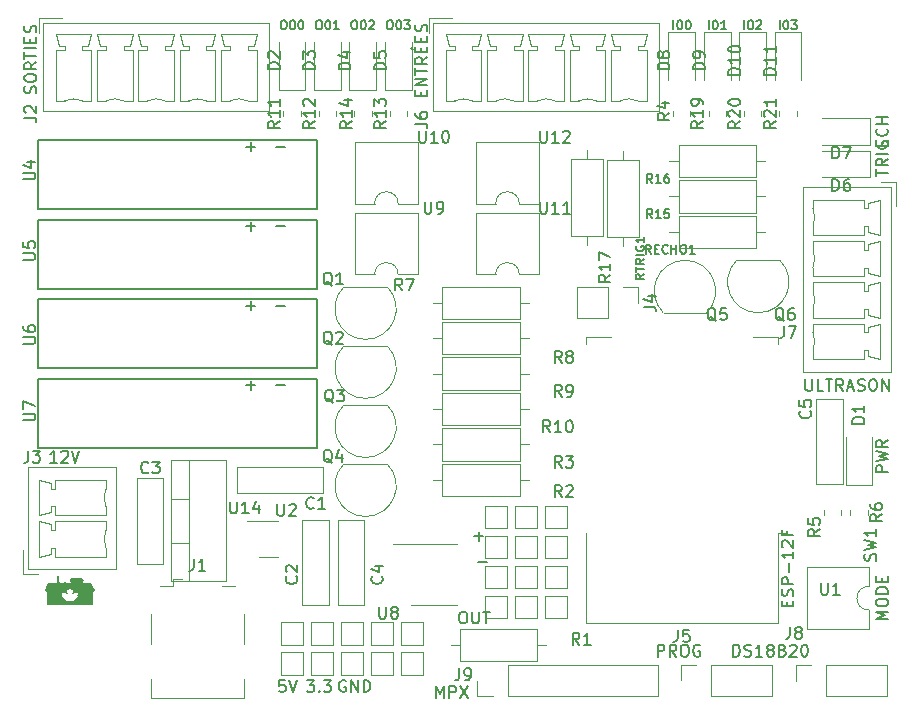
<source format=gbr>
%TF.GenerationSoftware,KiCad,Pcbnew,(6.0.7)*%
%TF.CreationDate,2023-01-15T20:37:24-05:00*%
%TF.ProjectId,ESPoules,4553506f-756c-4657-932e-6b696361645f,rev?*%
%TF.SameCoordinates,Original*%
%TF.FileFunction,Legend,Top*%
%TF.FilePolarity,Positive*%
%FSLAX46Y46*%
G04 Gerber Fmt 4.6, Leading zero omitted, Abs format (unit mm)*
G04 Created by KiCad (PCBNEW (6.0.7)) date 2023-01-15 20:37:24*
%MOMM*%
%LPD*%
G01*
G04 APERTURE LIST*
%ADD10C,0.150000*%
%ADD11C,0.120000*%
G04 APERTURE END LIST*
D10*
%TO.C,D2*%
X158952380Y-99225595D02*
X157952380Y-99225595D01*
X157952380Y-98987500D01*
X158000000Y-98844642D01*
X158095238Y-98749404D01*
X158190476Y-98701785D01*
X158380952Y-98654166D01*
X158523809Y-98654166D01*
X158714285Y-98701785D01*
X158809523Y-98749404D01*
X158904761Y-98844642D01*
X158952380Y-98987500D01*
X158952380Y-99225595D01*
X158047619Y-98273214D02*
X158000000Y-98225595D01*
X157952380Y-98130357D01*
X157952380Y-97892261D01*
X158000000Y-97797023D01*
X158047619Y-97749404D01*
X158142857Y-97701785D01*
X158238095Y-97701785D01*
X158380952Y-97749404D01*
X158952380Y-98320833D01*
X158952380Y-97701785D01*
X159214285Y-95089285D02*
X159357142Y-95089285D01*
X159428571Y-95125000D01*
X159500000Y-95196428D01*
X159535714Y-95339285D01*
X159535714Y-95589285D01*
X159500000Y-95732142D01*
X159428571Y-95803571D01*
X159357142Y-95839285D01*
X159214285Y-95839285D01*
X159142857Y-95803571D01*
X159071428Y-95732142D01*
X159035714Y-95589285D01*
X159035714Y-95339285D01*
X159071428Y-95196428D01*
X159142857Y-95125000D01*
X159214285Y-95089285D01*
X160000000Y-95089285D02*
X160071428Y-95089285D01*
X160142857Y-95125000D01*
X160178571Y-95160714D01*
X160214285Y-95232142D01*
X160250000Y-95375000D01*
X160250000Y-95553571D01*
X160214285Y-95696428D01*
X160178571Y-95767857D01*
X160142857Y-95803571D01*
X160071428Y-95839285D01*
X160000000Y-95839285D01*
X159928571Y-95803571D01*
X159892857Y-95767857D01*
X159857142Y-95696428D01*
X159821428Y-95553571D01*
X159821428Y-95375000D01*
X159857142Y-95232142D01*
X159892857Y-95160714D01*
X159928571Y-95125000D01*
X160000000Y-95089285D01*
X160714285Y-95089285D02*
X160785714Y-95089285D01*
X160857142Y-95125000D01*
X160892857Y-95160714D01*
X160928571Y-95232142D01*
X160964285Y-95375000D01*
X160964285Y-95553571D01*
X160928571Y-95696428D01*
X160892857Y-95767857D01*
X160857142Y-95803571D01*
X160785714Y-95839285D01*
X160714285Y-95839285D01*
X160642857Y-95803571D01*
X160607142Y-95767857D01*
X160571428Y-95696428D01*
X160535714Y-95553571D01*
X160535714Y-95375000D01*
X160571428Y-95232142D01*
X160607142Y-95160714D01*
X160642857Y-95125000D01*
X160714285Y-95089285D01*
%TO.C,REF\u002A\u002A*%
X161252380Y-150952380D02*
X161871428Y-150952380D01*
X161538095Y-151333333D01*
X161680952Y-151333333D01*
X161776190Y-151380952D01*
X161823809Y-151428571D01*
X161871428Y-151523809D01*
X161871428Y-151761904D01*
X161823809Y-151857142D01*
X161776190Y-151904761D01*
X161680952Y-151952380D01*
X161395238Y-151952380D01*
X161300000Y-151904761D01*
X161252380Y-151857142D01*
X162300000Y-151857142D02*
X162347619Y-151904761D01*
X162300000Y-151952380D01*
X162252380Y-151904761D01*
X162300000Y-151857142D01*
X162300000Y-151952380D01*
X162680952Y-150952380D02*
X163300000Y-150952380D01*
X162966666Y-151333333D01*
X163109523Y-151333333D01*
X163204761Y-151380952D01*
X163252380Y-151428571D01*
X163300000Y-151523809D01*
X163300000Y-151761904D01*
X163252380Y-151857142D01*
X163204761Y-151904761D01*
X163109523Y-151952380D01*
X162823809Y-151952380D01*
X162728571Y-151904761D01*
X162680952Y-151857142D01*
%TO.C,J9*%
X174166666Y-149952380D02*
X174166666Y-150666666D01*
X174119047Y-150809523D01*
X174023809Y-150904761D01*
X173880952Y-150952380D01*
X173785714Y-150952380D01*
X174690476Y-150952380D02*
X174880952Y-150952380D01*
X174976190Y-150904761D01*
X175023809Y-150857142D01*
X175119047Y-150714285D01*
X175166666Y-150523809D01*
X175166666Y-150142857D01*
X175119047Y-150047619D01*
X175071428Y-150000000D01*
X174976190Y-149952380D01*
X174785714Y-149952380D01*
X174690476Y-150000000D01*
X174642857Y-150047619D01*
X174595238Y-150142857D01*
X174595238Y-150380952D01*
X174642857Y-150476190D01*
X174690476Y-150523809D01*
X174785714Y-150571428D01*
X174976190Y-150571428D01*
X175071428Y-150523809D01*
X175119047Y-150476190D01*
X175166666Y-150380952D01*
X172190476Y-152452380D02*
X172190476Y-151452380D01*
X172523809Y-152166666D01*
X172857142Y-151452380D01*
X172857142Y-152452380D01*
X173333333Y-152452380D02*
X173333333Y-151452380D01*
X173714285Y-151452380D01*
X173809523Y-151500000D01*
X173857142Y-151547619D01*
X173904761Y-151642857D01*
X173904761Y-151785714D01*
X173857142Y-151880952D01*
X173809523Y-151928571D01*
X173714285Y-151976190D01*
X173333333Y-151976190D01*
X174238095Y-151452380D02*
X174904761Y-152452380D01*
X174904761Y-151452380D02*
X174238095Y-152452380D01*
%TO.C,U5*%
X137252380Y-115361904D02*
X138061904Y-115361904D01*
X138157142Y-115314285D01*
X138204761Y-115266666D01*
X138252380Y-115171428D01*
X138252380Y-114980952D01*
X138204761Y-114885714D01*
X138157142Y-114838095D01*
X138061904Y-114790476D01*
X137252380Y-114790476D01*
X137252380Y-113838095D02*
X137252380Y-114314285D01*
X137728571Y-114361904D01*
X137680952Y-114314285D01*
X137633333Y-114219047D01*
X137633333Y-113980952D01*
X137680952Y-113885714D01*
X137728571Y-113838095D01*
X137823809Y-113790476D01*
X138061904Y-113790476D01*
X138157142Y-113838095D01*
X138204761Y-113885714D01*
X138252380Y-113980952D01*
X138252380Y-114219047D01*
X138204761Y-114314285D01*
X138157142Y-114361904D01*
X156129047Y-112532428D02*
X156890952Y-112532428D01*
X156510000Y-112913380D02*
X156510000Y-112151476D01*
X158669047Y-112532428D02*
X159430952Y-112532428D01*
%TO.C,J5*%
X192666666Y-146702380D02*
X192666666Y-147416666D01*
X192619047Y-147559523D01*
X192523809Y-147654761D01*
X192380952Y-147702380D01*
X192285714Y-147702380D01*
X193619047Y-146702380D02*
X193142857Y-146702380D01*
X193095238Y-147178571D01*
X193142857Y-147130952D01*
X193238095Y-147083333D01*
X193476190Y-147083333D01*
X193571428Y-147130952D01*
X193619047Y-147178571D01*
X193666666Y-147273809D01*
X193666666Y-147511904D01*
X193619047Y-147607142D01*
X193571428Y-147654761D01*
X193476190Y-147702380D01*
X193238095Y-147702380D01*
X193142857Y-147654761D01*
X193095238Y-147607142D01*
X190964285Y-148952380D02*
X190964285Y-147952380D01*
X191345238Y-147952380D01*
X191440476Y-148000000D01*
X191488095Y-148047619D01*
X191535714Y-148142857D01*
X191535714Y-148285714D01*
X191488095Y-148380952D01*
X191440476Y-148428571D01*
X191345238Y-148476190D01*
X190964285Y-148476190D01*
X192535714Y-148952380D02*
X192202380Y-148476190D01*
X191964285Y-148952380D02*
X191964285Y-147952380D01*
X192345238Y-147952380D01*
X192440476Y-148000000D01*
X192488095Y-148047619D01*
X192535714Y-148142857D01*
X192535714Y-148285714D01*
X192488095Y-148380952D01*
X192440476Y-148428571D01*
X192345238Y-148476190D01*
X191964285Y-148476190D01*
X193154761Y-147952380D02*
X193345238Y-147952380D01*
X193440476Y-148000000D01*
X193535714Y-148095238D01*
X193583333Y-148285714D01*
X193583333Y-148619047D01*
X193535714Y-148809523D01*
X193440476Y-148904761D01*
X193345238Y-148952380D01*
X193154761Y-148952380D01*
X193059523Y-148904761D01*
X192964285Y-148809523D01*
X192916666Y-148619047D01*
X192916666Y-148285714D01*
X192964285Y-148095238D01*
X193059523Y-148000000D01*
X193154761Y-147952380D01*
X194535714Y-148000000D02*
X194440476Y-147952380D01*
X194297619Y-147952380D01*
X194154761Y-148000000D01*
X194059523Y-148095238D01*
X194011904Y-148190476D01*
X193964285Y-148380952D01*
X193964285Y-148523809D01*
X194011904Y-148714285D01*
X194059523Y-148809523D01*
X194154761Y-148904761D01*
X194297619Y-148952380D01*
X194392857Y-148952380D01*
X194535714Y-148904761D01*
X194583333Y-148857142D01*
X194583333Y-148523809D01*
X194392857Y-148523809D01*
%TO.C,R10*%
X181857142Y-129952380D02*
X181523809Y-129476190D01*
X181285714Y-129952380D02*
X181285714Y-128952380D01*
X181666666Y-128952380D01*
X181761904Y-129000000D01*
X181809523Y-129047619D01*
X181857142Y-129142857D01*
X181857142Y-129285714D01*
X181809523Y-129380952D01*
X181761904Y-129428571D01*
X181666666Y-129476190D01*
X181285714Y-129476190D01*
X182809523Y-129952380D02*
X182238095Y-129952380D01*
X182523809Y-129952380D02*
X182523809Y-128952380D01*
X182428571Y-129095238D01*
X182333333Y-129190476D01*
X182238095Y-129238095D01*
X183428571Y-128952380D02*
X183523809Y-128952380D01*
X183619047Y-129000000D01*
X183666666Y-129047619D01*
X183714285Y-129142857D01*
X183761904Y-129333333D01*
X183761904Y-129571428D01*
X183714285Y-129761904D01*
X183666666Y-129857142D01*
X183619047Y-129904761D01*
X183523809Y-129952380D01*
X183428571Y-129952380D01*
X183333333Y-129904761D01*
X183285714Y-129857142D01*
X183238095Y-129761904D01*
X183190476Y-129571428D01*
X183190476Y-129333333D01*
X183238095Y-129142857D01*
X183285714Y-129047619D01*
X183333333Y-129000000D01*
X183428571Y-128952380D01*
%TO.C,C5*%
X203857142Y-128166666D02*
X203904761Y-128214285D01*
X203952380Y-128357142D01*
X203952380Y-128452380D01*
X203904761Y-128595238D01*
X203809523Y-128690476D01*
X203714285Y-128738095D01*
X203523809Y-128785714D01*
X203380952Y-128785714D01*
X203190476Y-128738095D01*
X203095238Y-128690476D01*
X203000000Y-128595238D01*
X202952380Y-128452380D01*
X202952380Y-128357142D01*
X203000000Y-128214285D01*
X203047619Y-128166666D01*
X202952380Y-127261904D02*
X202952380Y-127738095D01*
X203428571Y-127785714D01*
X203380952Y-127738095D01*
X203333333Y-127642857D01*
X203333333Y-127404761D01*
X203380952Y-127309523D01*
X203428571Y-127261904D01*
X203523809Y-127214285D01*
X203761904Y-127214285D01*
X203857142Y-127261904D01*
X203904761Y-127309523D01*
X203952380Y-127404761D01*
X203952380Y-127642857D01*
X203904761Y-127738095D01*
X203857142Y-127785714D01*
%TO.C,R21*%
X200952380Y-103642857D02*
X200476190Y-103976190D01*
X200952380Y-104214285D02*
X199952380Y-104214285D01*
X199952380Y-103833333D01*
X200000000Y-103738095D01*
X200047619Y-103690476D01*
X200142857Y-103642857D01*
X200285714Y-103642857D01*
X200380952Y-103690476D01*
X200428571Y-103738095D01*
X200476190Y-103833333D01*
X200476190Y-104214285D01*
X200047619Y-103261904D02*
X200000000Y-103214285D01*
X199952380Y-103119047D01*
X199952380Y-102880952D01*
X200000000Y-102785714D01*
X200047619Y-102738095D01*
X200142857Y-102690476D01*
X200238095Y-102690476D01*
X200380952Y-102738095D01*
X200952380Y-103309523D01*
X200952380Y-102690476D01*
X200952380Y-101738095D02*
X200952380Y-102309523D01*
X200952380Y-102023809D02*
X199952380Y-102023809D01*
X200095238Y-102119047D01*
X200190476Y-102214285D01*
X200238095Y-102309523D01*
%TO.C,R2*%
X182833333Y-135452380D02*
X182500000Y-134976190D01*
X182261904Y-135452380D02*
X182261904Y-134452380D01*
X182642857Y-134452380D01*
X182738095Y-134500000D01*
X182785714Y-134547619D01*
X182833333Y-134642857D01*
X182833333Y-134785714D01*
X182785714Y-134880952D01*
X182738095Y-134928571D01*
X182642857Y-134976190D01*
X182261904Y-134976190D01*
X183214285Y-134547619D02*
X183261904Y-134500000D01*
X183357142Y-134452380D01*
X183595238Y-134452380D01*
X183690476Y-134500000D01*
X183738095Y-134547619D01*
X183785714Y-134642857D01*
X183785714Y-134738095D01*
X183738095Y-134880952D01*
X183166666Y-135452380D01*
X183785714Y-135452380D01*
%TO.C,R12*%
X161952380Y-103642857D02*
X161476190Y-103976190D01*
X161952380Y-104214285D02*
X160952380Y-104214285D01*
X160952380Y-103833333D01*
X161000000Y-103738095D01*
X161047619Y-103690476D01*
X161142857Y-103642857D01*
X161285714Y-103642857D01*
X161380952Y-103690476D01*
X161428571Y-103738095D01*
X161476190Y-103833333D01*
X161476190Y-104214285D01*
X161952380Y-102690476D02*
X161952380Y-103261904D01*
X161952380Y-102976190D02*
X160952380Y-102976190D01*
X161095238Y-103071428D01*
X161190476Y-103166666D01*
X161238095Y-103261904D01*
X161047619Y-102309523D02*
X161000000Y-102261904D01*
X160952380Y-102166666D01*
X160952380Y-101928571D01*
X161000000Y-101833333D01*
X161047619Y-101785714D01*
X161142857Y-101738095D01*
X161238095Y-101738095D01*
X161380952Y-101785714D01*
X161952380Y-102357142D01*
X161952380Y-101738095D01*
%TO.C,D8*%
X191952380Y-99238095D02*
X190952380Y-99238095D01*
X190952380Y-99000000D01*
X191000000Y-98857142D01*
X191095238Y-98761904D01*
X191190476Y-98714285D01*
X191380952Y-98666666D01*
X191523809Y-98666666D01*
X191714285Y-98714285D01*
X191809523Y-98761904D01*
X191904761Y-98857142D01*
X191952380Y-99000000D01*
X191952380Y-99238095D01*
X191380952Y-98095238D02*
X191333333Y-98190476D01*
X191285714Y-98238095D01*
X191190476Y-98285714D01*
X191142857Y-98285714D01*
X191047619Y-98238095D01*
X191000000Y-98190476D01*
X190952380Y-98095238D01*
X190952380Y-97904761D01*
X191000000Y-97809523D01*
X191047619Y-97761904D01*
X191142857Y-97714285D01*
X191190476Y-97714285D01*
X191285714Y-97761904D01*
X191333333Y-97809523D01*
X191380952Y-97904761D01*
X191380952Y-98095238D01*
X191428571Y-98190476D01*
X191476190Y-98238095D01*
X191571428Y-98285714D01*
X191761904Y-98285714D01*
X191857142Y-98238095D01*
X191904761Y-98190476D01*
X191952380Y-98095238D01*
X191952380Y-97904761D01*
X191904761Y-97809523D01*
X191857142Y-97761904D01*
X191761904Y-97714285D01*
X191571428Y-97714285D01*
X191476190Y-97761904D01*
X191428571Y-97809523D01*
X191380952Y-97904761D01*
X192285714Y-95839285D02*
X192285714Y-95089285D01*
X192785714Y-95089285D02*
X192857142Y-95089285D01*
X192928571Y-95125000D01*
X192964285Y-95160714D01*
X193000000Y-95232142D01*
X193035714Y-95375000D01*
X193035714Y-95553571D01*
X193000000Y-95696428D01*
X192964285Y-95767857D01*
X192928571Y-95803571D01*
X192857142Y-95839285D01*
X192785714Y-95839285D01*
X192714285Y-95803571D01*
X192678571Y-95767857D01*
X192642857Y-95696428D01*
X192607142Y-95553571D01*
X192607142Y-95375000D01*
X192642857Y-95232142D01*
X192678571Y-95160714D01*
X192714285Y-95125000D01*
X192785714Y-95089285D01*
X193500000Y-95089285D02*
X193571428Y-95089285D01*
X193642857Y-95125000D01*
X193678571Y-95160714D01*
X193714285Y-95232142D01*
X193750000Y-95375000D01*
X193750000Y-95553571D01*
X193714285Y-95696428D01*
X193678571Y-95767857D01*
X193642857Y-95803571D01*
X193571428Y-95839285D01*
X193500000Y-95839285D01*
X193428571Y-95803571D01*
X193392857Y-95767857D01*
X193357142Y-95696428D01*
X193321428Y-95553571D01*
X193321428Y-95375000D01*
X193357142Y-95232142D01*
X193392857Y-95160714D01*
X193428571Y-95125000D01*
X193500000Y-95089285D01*
%TO.C,C4*%
X167607142Y-142166666D02*
X167654761Y-142214285D01*
X167702380Y-142357142D01*
X167702380Y-142452380D01*
X167654761Y-142595238D01*
X167559523Y-142690476D01*
X167464285Y-142738095D01*
X167273809Y-142785714D01*
X167130952Y-142785714D01*
X166940476Y-142738095D01*
X166845238Y-142690476D01*
X166750000Y-142595238D01*
X166702380Y-142452380D01*
X166702380Y-142357142D01*
X166750000Y-142214285D01*
X166797619Y-142166666D01*
X167035714Y-141309523D02*
X167702380Y-141309523D01*
X166654761Y-141547619D02*
X167369047Y-141785714D01*
X167369047Y-141166666D01*
%TO.C,U11*%
X181011904Y-110452380D02*
X181011904Y-111261904D01*
X181059523Y-111357142D01*
X181107142Y-111404761D01*
X181202380Y-111452380D01*
X181392857Y-111452380D01*
X181488095Y-111404761D01*
X181535714Y-111357142D01*
X181583333Y-111261904D01*
X181583333Y-110452380D01*
X182583333Y-111452380D02*
X182011904Y-111452380D01*
X182297619Y-111452380D02*
X182297619Y-110452380D01*
X182202380Y-110595238D01*
X182107142Y-110690476D01*
X182011904Y-110738095D01*
X183535714Y-111452380D02*
X182964285Y-111452380D01*
X183250000Y-111452380D02*
X183250000Y-110452380D01*
X183154761Y-110595238D01*
X183059523Y-110690476D01*
X182964285Y-110738095D01*
%TO.C,J4*%
X189782380Y-119333333D02*
X190496666Y-119333333D01*
X190639523Y-119380952D01*
X190734761Y-119476190D01*
X190782380Y-119619047D01*
X190782380Y-119714285D01*
X190115714Y-118428571D02*
X190782380Y-118428571D01*
X189734761Y-118666666D02*
X190449047Y-118904761D01*
X190449047Y-118285714D01*
%TO.C,R7*%
X169333333Y-117952380D02*
X169000000Y-117476190D01*
X168761904Y-117952380D02*
X168761904Y-116952380D01*
X169142857Y-116952380D01*
X169238095Y-117000000D01*
X169285714Y-117047619D01*
X169333333Y-117142857D01*
X169333333Y-117285714D01*
X169285714Y-117380952D01*
X169238095Y-117428571D01*
X169142857Y-117476190D01*
X168761904Y-117476190D01*
X169666666Y-116952380D02*
X170333333Y-116952380D01*
X169904761Y-117952380D01*
%TO.C,D3*%
X161952380Y-99225595D02*
X160952380Y-99225595D01*
X160952380Y-98987500D01*
X161000000Y-98844642D01*
X161095238Y-98749404D01*
X161190476Y-98701785D01*
X161380952Y-98654166D01*
X161523809Y-98654166D01*
X161714285Y-98701785D01*
X161809523Y-98749404D01*
X161904761Y-98844642D01*
X161952380Y-98987500D01*
X161952380Y-99225595D01*
X160952380Y-98320833D02*
X160952380Y-97701785D01*
X161333333Y-98035119D01*
X161333333Y-97892261D01*
X161380952Y-97797023D01*
X161428571Y-97749404D01*
X161523809Y-97701785D01*
X161761904Y-97701785D01*
X161857142Y-97749404D01*
X161904761Y-97797023D01*
X161952380Y-97892261D01*
X161952380Y-98177976D01*
X161904761Y-98273214D01*
X161857142Y-98320833D01*
X162214285Y-95089285D02*
X162357142Y-95089285D01*
X162428571Y-95125000D01*
X162500000Y-95196428D01*
X162535714Y-95339285D01*
X162535714Y-95589285D01*
X162500000Y-95732142D01*
X162428571Y-95803571D01*
X162357142Y-95839285D01*
X162214285Y-95839285D01*
X162142857Y-95803571D01*
X162071428Y-95732142D01*
X162035714Y-95589285D01*
X162035714Y-95339285D01*
X162071428Y-95196428D01*
X162142857Y-95125000D01*
X162214285Y-95089285D01*
X163000000Y-95089285D02*
X163071428Y-95089285D01*
X163142857Y-95125000D01*
X163178571Y-95160714D01*
X163214285Y-95232142D01*
X163250000Y-95375000D01*
X163250000Y-95553571D01*
X163214285Y-95696428D01*
X163178571Y-95767857D01*
X163142857Y-95803571D01*
X163071428Y-95839285D01*
X163000000Y-95839285D01*
X162928571Y-95803571D01*
X162892857Y-95767857D01*
X162857142Y-95696428D01*
X162821428Y-95553571D01*
X162821428Y-95375000D01*
X162857142Y-95232142D01*
X162892857Y-95160714D01*
X162928571Y-95125000D01*
X163000000Y-95089285D01*
X163964285Y-95839285D02*
X163535714Y-95839285D01*
X163750000Y-95839285D02*
X163750000Y-95089285D01*
X163678571Y-95196428D01*
X163607142Y-95267857D01*
X163535714Y-95303571D01*
%TO.C,R8*%
X182833333Y-124082380D02*
X182500000Y-123606190D01*
X182261904Y-124082380D02*
X182261904Y-123082380D01*
X182642857Y-123082380D01*
X182738095Y-123130000D01*
X182785714Y-123177619D01*
X182833333Y-123272857D01*
X182833333Y-123415714D01*
X182785714Y-123510952D01*
X182738095Y-123558571D01*
X182642857Y-123606190D01*
X182261904Y-123606190D01*
X183404761Y-123510952D02*
X183309523Y-123463333D01*
X183261904Y-123415714D01*
X183214285Y-123320476D01*
X183214285Y-123272857D01*
X183261904Y-123177619D01*
X183309523Y-123130000D01*
X183404761Y-123082380D01*
X183595238Y-123082380D01*
X183690476Y-123130000D01*
X183738095Y-123177619D01*
X183785714Y-123272857D01*
X183785714Y-123320476D01*
X183738095Y-123415714D01*
X183690476Y-123463333D01*
X183595238Y-123510952D01*
X183404761Y-123510952D01*
X183309523Y-123558571D01*
X183261904Y-123606190D01*
X183214285Y-123701428D01*
X183214285Y-123891904D01*
X183261904Y-123987142D01*
X183309523Y-124034761D01*
X183404761Y-124082380D01*
X183595238Y-124082380D01*
X183690476Y-124034761D01*
X183738095Y-123987142D01*
X183785714Y-123891904D01*
X183785714Y-123701428D01*
X183738095Y-123606190D01*
X183690476Y-123558571D01*
X183595238Y-123510952D01*
%TO.C,U14*%
X154761904Y-135832380D02*
X154761904Y-136641904D01*
X154809523Y-136737142D01*
X154857142Y-136784761D01*
X154952380Y-136832380D01*
X155142857Y-136832380D01*
X155238095Y-136784761D01*
X155285714Y-136737142D01*
X155333333Y-136641904D01*
X155333333Y-135832380D01*
X156333333Y-136832380D02*
X155761904Y-136832380D01*
X156047619Y-136832380D02*
X156047619Y-135832380D01*
X155952380Y-135975238D01*
X155857142Y-136070476D01*
X155761904Y-136118095D01*
X157190476Y-136165714D02*
X157190476Y-136832380D01*
X156952380Y-135784761D02*
X156714285Y-136499047D01*
X157333333Y-136499047D01*
%TO.C,R3*%
X182833333Y-132952380D02*
X182500000Y-132476190D01*
X182261904Y-132952380D02*
X182261904Y-131952380D01*
X182642857Y-131952380D01*
X182738095Y-132000000D01*
X182785714Y-132047619D01*
X182833333Y-132142857D01*
X182833333Y-132285714D01*
X182785714Y-132380952D01*
X182738095Y-132428571D01*
X182642857Y-132476190D01*
X182261904Y-132476190D01*
X183166666Y-131952380D02*
X183785714Y-131952380D01*
X183452380Y-132333333D01*
X183595238Y-132333333D01*
X183690476Y-132380952D01*
X183738095Y-132428571D01*
X183785714Y-132523809D01*
X183785714Y-132761904D01*
X183738095Y-132857142D01*
X183690476Y-132904761D01*
X183595238Y-132952380D01*
X183309523Y-132952380D01*
X183214285Y-132904761D01*
X183166666Y-132857142D01*
%TO.C,Q5*%
X195904761Y-120547619D02*
X195809523Y-120500000D01*
X195714285Y-120404761D01*
X195571428Y-120261904D01*
X195476190Y-120214285D01*
X195380952Y-120214285D01*
X195428571Y-120452380D02*
X195333333Y-120404761D01*
X195238095Y-120309523D01*
X195190476Y-120119047D01*
X195190476Y-119785714D01*
X195238095Y-119595238D01*
X195333333Y-119500000D01*
X195428571Y-119452380D01*
X195619047Y-119452380D01*
X195714285Y-119500000D01*
X195809523Y-119595238D01*
X195857142Y-119785714D01*
X195857142Y-120119047D01*
X195809523Y-120309523D01*
X195714285Y-120404761D01*
X195619047Y-120452380D01*
X195428571Y-120452380D01*
X196761904Y-119452380D02*
X196285714Y-119452380D01*
X196238095Y-119928571D01*
X196285714Y-119880952D01*
X196380952Y-119833333D01*
X196619047Y-119833333D01*
X196714285Y-119880952D01*
X196761904Y-119928571D01*
X196809523Y-120023809D01*
X196809523Y-120261904D01*
X196761904Y-120357142D01*
X196714285Y-120404761D01*
X196619047Y-120452380D01*
X196380952Y-120452380D01*
X196285714Y-120404761D01*
X196238095Y-120357142D01*
%TO.C,U8*%
X167386095Y-144740380D02*
X167386095Y-145549904D01*
X167433714Y-145645142D01*
X167481333Y-145692761D01*
X167576571Y-145740380D01*
X167767047Y-145740380D01*
X167862285Y-145692761D01*
X167909904Y-145645142D01*
X167957523Y-145549904D01*
X167957523Y-144740380D01*
X168576571Y-145168952D02*
X168481333Y-145121333D01*
X168433714Y-145073714D01*
X168386095Y-144978476D01*
X168386095Y-144930857D01*
X168433714Y-144835619D01*
X168481333Y-144788000D01*
X168576571Y-144740380D01*
X168767047Y-144740380D01*
X168862285Y-144788000D01*
X168909904Y-144835619D01*
X168957523Y-144930857D01*
X168957523Y-144978476D01*
X168909904Y-145073714D01*
X168862285Y-145121333D01*
X168767047Y-145168952D01*
X168576571Y-145168952D01*
X168481333Y-145216571D01*
X168433714Y-145264190D01*
X168386095Y-145359428D01*
X168386095Y-145549904D01*
X168433714Y-145645142D01*
X168481333Y-145692761D01*
X168576571Y-145740380D01*
X168767047Y-145740380D01*
X168862285Y-145692761D01*
X168909904Y-145645142D01*
X168957523Y-145549904D01*
X168957523Y-145359428D01*
X168909904Y-145264190D01*
X168862285Y-145216571D01*
X168767047Y-145168952D01*
%TO.C,R20*%
X197952380Y-103642857D02*
X197476190Y-103976190D01*
X197952380Y-104214285D02*
X196952380Y-104214285D01*
X196952380Y-103833333D01*
X197000000Y-103738095D01*
X197047619Y-103690476D01*
X197142857Y-103642857D01*
X197285714Y-103642857D01*
X197380952Y-103690476D01*
X197428571Y-103738095D01*
X197476190Y-103833333D01*
X197476190Y-104214285D01*
X197047619Y-103261904D02*
X197000000Y-103214285D01*
X196952380Y-103119047D01*
X196952380Y-102880952D01*
X197000000Y-102785714D01*
X197047619Y-102738095D01*
X197142857Y-102690476D01*
X197238095Y-102690476D01*
X197380952Y-102738095D01*
X197952380Y-103309523D01*
X197952380Y-102690476D01*
X196952380Y-102071428D02*
X196952380Y-101976190D01*
X197000000Y-101880952D01*
X197047619Y-101833333D01*
X197142857Y-101785714D01*
X197333333Y-101738095D01*
X197571428Y-101738095D01*
X197761904Y-101785714D01*
X197857142Y-101833333D01*
X197904761Y-101880952D01*
X197952380Y-101976190D01*
X197952380Y-102071428D01*
X197904761Y-102166666D01*
X197857142Y-102214285D01*
X197761904Y-102261904D01*
X197571428Y-102309523D01*
X197333333Y-102309523D01*
X197142857Y-102261904D01*
X197047619Y-102214285D01*
X197000000Y-102166666D01*
X196952380Y-102071428D01*
%TO.C,C3*%
X147833333Y-133357142D02*
X147785714Y-133404761D01*
X147642857Y-133452380D01*
X147547619Y-133452380D01*
X147404761Y-133404761D01*
X147309523Y-133309523D01*
X147261904Y-133214285D01*
X147214285Y-133023809D01*
X147214285Y-132880952D01*
X147261904Y-132690476D01*
X147309523Y-132595238D01*
X147404761Y-132500000D01*
X147547619Y-132452380D01*
X147642857Y-132452380D01*
X147785714Y-132500000D01*
X147833333Y-132547619D01*
X148166666Y-132452380D02*
X148785714Y-132452380D01*
X148452380Y-132833333D01*
X148595238Y-132833333D01*
X148690476Y-132880952D01*
X148738095Y-132928571D01*
X148785714Y-133023809D01*
X148785714Y-133261904D01*
X148738095Y-133357142D01*
X148690476Y-133404761D01*
X148595238Y-133452380D01*
X148309523Y-133452380D01*
X148214285Y-133404761D01*
X148166666Y-133357142D01*
%TO.C,D9*%
X194952380Y-99238095D02*
X193952380Y-99238095D01*
X193952380Y-99000000D01*
X194000000Y-98857142D01*
X194095238Y-98761904D01*
X194190476Y-98714285D01*
X194380952Y-98666666D01*
X194523809Y-98666666D01*
X194714285Y-98714285D01*
X194809523Y-98761904D01*
X194904761Y-98857142D01*
X194952380Y-99000000D01*
X194952380Y-99238095D01*
X194952380Y-98190476D02*
X194952380Y-98000000D01*
X194904761Y-97904761D01*
X194857142Y-97857142D01*
X194714285Y-97761904D01*
X194523809Y-97714285D01*
X194142857Y-97714285D01*
X194047619Y-97761904D01*
X194000000Y-97809523D01*
X193952380Y-97904761D01*
X193952380Y-98095238D01*
X194000000Y-98190476D01*
X194047619Y-98238095D01*
X194142857Y-98285714D01*
X194380952Y-98285714D01*
X194476190Y-98238095D01*
X194523809Y-98190476D01*
X194571428Y-98095238D01*
X194571428Y-97904761D01*
X194523809Y-97809523D01*
X194476190Y-97761904D01*
X194380952Y-97714285D01*
X195285714Y-95839285D02*
X195285714Y-95089285D01*
X195785714Y-95089285D02*
X195857142Y-95089285D01*
X195928571Y-95125000D01*
X195964285Y-95160714D01*
X196000000Y-95232142D01*
X196035714Y-95375000D01*
X196035714Y-95553571D01*
X196000000Y-95696428D01*
X195964285Y-95767857D01*
X195928571Y-95803571D01*
X195857142Y-95839285D01*
X195785714Y-95839285D01*
X195714285Y-95803571D01*
X195678571Y-95767857D01*
X195642857Y-95696428D01*
X195607142Y-95553571D01*
X195607142Y-95375000D01*
X195642857Y-95232142D01*
X195678571Y-95160714D01*
X195714285Y-95125000D01*
X195785714Y-95089285D01*
X196750000Y-95839285D02*
X196321428Y-95839285D01*
X196535714Y-95839285D02*
X196535714Y-95089285D01*
X196464285Y-95196428D01*
X196392857Y-95267857D01*
X196321428Y-95303571D01*
%TO.C,R6*%
X209952380Y-136916666D02*
X209476190Y-137250000D01*
X209952380Y-137488095D02*
X208952380Y-137488095D01*
X208952380Y-137107142D01*
X209000000Y-137011904D01*
X209047619Y-136964285D01*
X209142857Y-136916666D01*
X209285714Y-136916666D01*
X209380952Y-136964285D01*
X209428571Y-137011904D01*
X209476190Y-137107142D01*
X209476190Y-137488095D01*
X208952380Y-136059523D02*
X208952380Y-136250000D01*
X209000000Y-136345238D01*
X209047619Y-136392857D01*
X209190476Y-136488095D01*
X209380952Y-136535714D01*
X209761904Y-136535714D01*
X209857142Y-136488095D01*
X209904761Y-136440476D01*
X209952380Y-136345238D01*
X209952380Y-136154761D01*
X209904761Y-136059523D01*
X209857142Y-136011904D01*
X209761904Y-135964285D01*
X209523809Y-135964285D01*
X209428571Y-136011904D01*
X209380952Y-136059523D01*
X209333333Y-136154761D01*
X209333333Y-136345238D01*
X209380952Y-136440476D01*
X209428571Y-136488095D01*
X209523809Y-136535714D01*
%TO.C,+*%
X175419047Y-138771428D02*
X176180952Y-138771428D01*
X175800000Y-139152380D02*
X175800000Y-138390476D01*
%TO.C,J8*%
X202166666Y-146452380D02*
X202166666Y-147166666D01*
X202119047Y-147309523D01*
X202023809Y-147404761D01*
X201880952Y-147452380D01*
X201785714Y-147452380D01*
X202785714Y-146880952D02*
X202690476Y-146833333D01*
X202642857Y-146785714D01*
X202595238Y-146690476D01*
X202595238Y-146642857D01*
X202642857Y-146547619D01*
X202690476Y-146500000D01*
X202785714Y-146452380D01*
X202976190Y-146452380D01*
X203071428Y-146500000D01*
X203119047Y-146547619D01*
X203166666Y-146642857D01*
X203166666Y-146690476D01*
X203119047Y-146785714D01*
X203071428Y-146833333D01*
X202976190Y-146880952D01*
X202785714Y-146880952D01*
X202690476Y-146928571D01*
X202642857Y-146976190D01*
X202595238Y-147071428D01*
X202595238Y-147261904D01*
X202642857Y-147357142D01*
X202690476Y-147404761D01*
X202785714Y-147452380D01*
X202976190Y-147452380D01*
X203071428Y-147404761D01*
X203119047Y-147357142D01*
X203166666Y-147261904D01*
X203166666Y-147071428D01*
X203119047Y-146976190D01*
X203071428Y-146928571D01*
X202976190Y-146880952D01*
X197357142Y-148952380D02*
X197357142Y-147952380D01*
X197595238Y-147952380D01*
X197738095Y-148000000D01*
X197833333Y-148095238D01*
X197880952Y-148190476D01*
X197928571Y-148380952D01*
X197928571Y-148523809D01*
X197880952Y-148714285D01*
X197833333Y-148809523D01*
X197738095Y-148904761D01*
X197595238Y-148952380D01*
X197357142Y-148952380D01*
X198309523Y-148904761D02*
X198452380Y-148952380D01*
X198690476Y-148952380D01*
X198785714Y-148904761D01*
X198833333Y-148857142D01*
X198880952Y-148761904D01*
X198880952Y-148666666D01*
X198833333Y-148571428D01*
X198785714Y-148523809D01*
X198690476Y-148476190D01*
X198500000Y-148428571D01*
X198404761Y-148380952D01*
X198357142Y-148333333D01*
X198309523Y-148238095D01*
X198309523Y-148142857D01*
X198357142Y-148047619D01*
X198404761Y-148000000D01*
X198500000Y-147952380D01*
X198738095Y-147952380D01*
X198880952Y-148000000D01*
X199833333Y-148952380D02*
X199261904Y-148952380D01*
X199547619Y-148952380D02*
X199547619Y-147952380D01*
X199452380Y-148095238D01*
X199357142Y-148190476D01*
X199261904Y-148238095D01*
X200404761Y-148380952D02*
X200309523Y-148333333D01*
X200261904Y-148285714D01*
X200214285Y-148190476D01*
X200214285Y-148142857D01*
X200261904Y-148047619D01*
X200309523Y-148000000D01*
X200404761Y-147952380D01*
X200595238Y-147952380D01*
X200690476Y-148000000D01*
X200738095Y-148047619D01*
X200785714Y-148142857D01*
X200785714Y-148190476D01*
X200738095Y-148285714D01*
X200690476Y-148333333D01*
X200595238Y-148380952D01*
X200404761Y-148380952D01*
X200309523Y-148428571D01*
X200261904Y-148476190D01*
X200214285Y-148571428D01*
X200214285Y-148761904D01*
X200261904Y-148857142D01*
X200309523Y-148904761D01*
X200404761Y-148952380D01*
X200595238Y-148952380D01*
X200690476Y-148904761D01*
X200738095Y-148857142D01*
X200785714Y-148761904D01*
X200785714Y-148571428D01*
X200738095Y-148476190D01*
X200690476Y-148428571D01*
X200595238Y-148380952D01*
X201547619Y-148428571D02*
X201690476Y-148476190D01*
X201738095Y-148523809D01*
X201785714Y-148619047D01*
X201785714Y-148761904D01*
X201738095Y-148857142D01*
X201690476Y-148904761D01*
X201595238Y-148952380D01*
X201214285Y-148952380D01*
X201214285Y-147952380D01*
X201547619Y-147952380D01*
X201642857Y-148000000D01*
X201690476Y-148047619D01*
X201738095Y-148142857D01*
X201738095Y-148238095D01*
X201690476Y-148333333D01*
X201642857Y-148380952D01*
X201547619Y-148428571D01*
X201214285Y-148428571D01*
X202166666Y-148047619D02*
X202214285Y-148000000D01*
X202309523Y-147952380D01*
X202547619Y-147952380D01*
X202642857Y-148000000D01*
X202690476Y-148047619D01*
X202738095Y-148142857D01*
X202738095Y-148238095D01*
X202690476Y-148380952D01*
X202119047Y-148952380D01*
X202738095Y-148952380D01*
X203357142Y-147952380D02*
X203452380Y-147952380D01*
X203547619Y-148000000D01*
X203595238Y-148047619D01*
X203642857Y-148142857D01*
X203690476Y-148333333D01*
X203690476Y-148571428D01*
X203642857Y-148761904D01*
X203595238Y-148857142D01*
X203547619Y-148904761D01*
X203452380Y-148952380D01*
X203357142Y-148952380D01*
X203261904Y-148904761D01*
X203214285Y-148857142D01*
X203166666Y-148761904D01*
X203119047Y-148571428D01*
X203119047Y-148333333D01*
X203166666Y-148142857D01*
X203214285Y-148047619D01*
X203261904Y-148000000D01*
X203357142Y-147952380D01*
%TO.C,J2*%
X137352380Y-103333333D02*
X138066666Y-103333333D01*
X138209523Y-103380952D01*
X138304761Y-103476190D01*
X138352380Y-103619047D01*
X138352380Y-103714285D01*
X137447619Y-102904761D02*
X137400000Y-102857142D01*
X137352380Y-102761904D01*
X137352380Y-102523809D01*
X137400000Y-102428571D01*
X137447619Y-102380952D01*
X137542857Y-102333333D01*
X137638095Y-102333333D01*
X137780952Y-102380952D01*
X138352380Y-102952380D01*
X138352380Y-102333333D01*
X138304761Y-101257142D02*
X138352380Y-101114285D01*
X138352380Y-100876190D01*
X138304761Y-100780952D01*
X138257142Y-100733333D01*
X138161904Y-100685714D01*
X138066666Y-100685714D01*
X137971428Y-100733333D01*
X137923809Y-100780952D01*
X137876190Y-100876190D01*
X137828571Y-101066666D01*
X137780952Y-101161904D01*
X137733333Y-101209523D01*
X137638095Y-101257142D01*
X137542857Y-101257142D01*
X137447619Y-101209523D01*
X137400000Y-101161904D01*
X137352380Y-101066666D01*
X137352380Y-100828571D01*
X137400000Y-100685714D01*
X137352380Y-100066666D02*
X137352380Y-99876190D01*
X137400000Y-99780952D01*
X137495238Y-99685714D01*
X137685714Y-99638095D01*
X138019047Y-99638095D01*
X138209523Y-99685714D01*
X138304761Y-99780952D01*
X138352380Y-99876190D01*
X138352380Y-100066666D01*
X138304761Y-100161904D01*
X138209523Y-100257142D01*
X138019047Y-100304761D01*
X137685714Y-100304761D01*
X137495238Y-100257142D01*
X137400000Y-100161904D01*
X137352380Y-100066666D01*
X138352380Y-98638095D02*
X137876190Y-98971428D01*
X138352380Y-99209523D02*
X137352380Y-99209523D01*
X137352380Y-98828571D01*
X137400000Y-98733333D01*
X137447619Y-98685714D01*
X137542857Y-98638095D01*
X137685714Y-98638095D01*
X137780952Y-98685714D01*
X137828571Y-98733333D01*
X137876190Y-98828571D01*
X137876190Y-99209523D01*
X137352380Y-98352380D02*
X137352380Y-97780952D01*
X138352380Y-98066666D02*
X137352380Y-98066666D01*
X138352380Y-97447619D02*
X137352380Y-97447619D01*
X137828571Y-96971428D02*
X137828571Y-96638095D01*
X138352380Y-96495238D02*
X138352380Y-96971428D01*
X137352380Y-96971428D01*
X137352380Y-96495238D01*
X138304761Y-96114285D02*
X138352380Y-95971428D01*
X138352380Y-95733333D01*
X138304761Y-95638095D01*
X138257142Y-95590476D01*
X138161904Y-95542857D01*
X138066666Y-95542857D01*
X137971428Y-95590476D01*
X137923809Y-95638095D01*
X137876190Y-95733333D01*
X137828571Y-95923809D01*
X137780952Y-96019047D01*
X137733333Y-96066666D01*
X137638095Y-96114285D01*
X137542857Y-96114285D01*
X137447619Y-96066666D01*
X137400000Y-96019047D01*
X137352380Y-95923809D01*
X137352380Y-95685714D01*
X137400000Y-95542857D01*
%TO.C,R11*%
X158952380Y-103642857D02*
X158476190Y-103976190D01*
X158952380Y-104214285D02*
X157952380Y-104214285D01*
X157952380Y-103833333D01*
X158000000Y-103738095D01*
X158047619Y-103690476D01*
X158142857Y-103642857D01*
X158285714Y-103642857D01*
X158380952Y-103690476D01*
X158428571Y-103738095D01*
X158476190Y-103833333D01*
X158476190Y-104214285D01*
X158952380Y-102690476D02*
X158952380Y-103261904D01*
X158952380Y-102976190D02*
X157952380Y-102976190D01*
X158095238Y-103071428D01*
X158190476Y-103166666D01*
X158238095Y-103261904D01*
X158952380Y-101738095D02*
X158952380Y-102309523D01*
X158952380Y-102023809D02*
X157952380Y-102023809D01*
X158095238Y-102119047D01*
X158190476Y-102214285D01*
X158238095Y-102309523D01*
%TO.C,J3*%
X137666666Y-131532380D02*
X137666666Y-132246666D01*
X137619047Y-132389523D01*
X137523809Y-132484761D01*
X137380952Y-132532380D01*
X137285714Y-132532380D01*
X138047619Y-131532380D02*
X138666666Y-131532380D01*
X138333333Y-131913333D01*
X138476190Y-131913333D01*
X138571428Y-131960952D01*
X138619047Y-132008571D01*
X138666666Y-132103809D01*
X138666666Y-132341904D01*
X138619047Y-132437142D01*
X138571428Y-132484761D01*
X138476190Y-132532380D01*
X138190476Y-132532380D01*
X138095238Y-132484761D01*
X138047619Y-132437142D01*
X140096952Y-132532380D02*
X139525523Y-132532380D01*
X139811238Y-132532380D02*
X139811238Y-131532380D01*
X139716000Y-131675238D01*
X139620761Y-131770476D01*
X139525523Y-131818095D01*
X140477904Y-131627619D02*
X140525523Y-131580000D01*
X140620761Y-131532380D01*
X140858857Y-131532380D01*
X140954095Y-131580000D01*
X141001714Y-131627619D01*
X141049333Y-131722857D01*
X141049333Y-131818095D01*
X141001714Y-131960952D01*
X140430285Y-132532380D01*
X141049333Y-132532380D01*
X141335047Y-131532380D02*
X141668380Y-132532380D01*
X142001714Y-131532380D01*
%TO.C,REF\u002A\u002A*%
X164538095Y-151000000D02*
X164442857Y-150952380D01*
X164300000Y-150952380D01*
X164157142Y-151000000D01*
X164061904Y-151095238D01*
X164014285Y-151190476D01*
X163966666Y-151380952D01*
X163966666Y-151523809D01*
X164014285Y-151714285D01*
X164061904Y-151809523D01*
X164157142Y-151904761D01*
X164300000Y-151952380D01*
X164395238Y-151952380D01*
X164538095Y-151904761D01*
X164585714Y-151857142D01*
X164585714Y-151523809D01*
X164395238Y-151523809D01*
X165014285Y-151952380D02*
X165014285Y-150952380D01*
X165585714Y-151952380D01*
X165585714Y-150952380D01*
X166061904Y-151952380D02*
X166061904Y-150952380D01*
X166300000Y-150952380D01*
X166442857Y-151000000D01*
X166538095Y-151095238D01*
X166585714Y-151190476D01*
X166633333Y-151380952D01*
X166633333Y-151523809D01*
X166585714Y-151714285D01*
X166538095Y-151809523D01*
X166442857Y-151904761D01*
X166300000Y-151952380D01*
X166061904Y-151952380D01*
%TO.C,U1*%
X204798095Y-142712380D02*
X204798095Y-143521904D01*
X204845714Y-143617142D01*
X204893333Y-143664761D01*
X204988571Y-143712380D01*
X205179047Y-143712380D01*
X205274285Y-143664761D01*
X205321904Y-143617142D01*
X205369523Y-143521904D01*
X205369523Y-142712380D01*
X206369523Y-143712380D02*
X205798095Y-143712380D01*
X206083809Y-143712380D02*
X206083809Y-142712380D01*
X205988571Y-142855238D01*
X205893333Y-142950476D01*
X205798095Y-142998095D01*
X201928571Y-144690476D02*
X201928571Y-144357142D01*
X202452380Y-144214285D02*
X202452380Y-144690476D01*
X201452380Y-144690476D01*
X201452380Y-144214285D01*
X202404761Y-143833333D02*
X202452380Y-143690476D01*
X202452380Y-143452380D01*
X202404761Y-143357142D01*
X202357142Y-143309523D01*
X202261904Y-143261904D01*
X202166666Y-143261904D01*
X202071428Y-143309523D01*
X202023809Y-143357142D01*
X201976190Y-143452380D01*
X201928571Y-143642857D01*
X201880952Y-143738095D01*
X201833333Y-143785714D01*
X201738095Y-143833333D01*
X201642857Y-143833333D01*
X201547619Y-143785714D01*
X201500000Y-143738095D01*
X201452380Y-143642857D01*
X201452380Y-143404761D01*
X201500000Y-143261904D01*
X202452380Y-142833333D02*
X201452380Y-142833333D01*
X201452380Y-142452380D01*
X201500000Y-142357142D01*
X201547619Y-142309523D01*
X201642857Y-142261904D01*
X201785714Y-142261904D01*
X201880952Y-142309523D01*
X201928571Y-142357142D01*
X201976190Y-142452380D01*
X201976190Y-142833333D01*
X202071428Y-141833333D02*
X202071428Y-141071428D01*
X202452380Y-140071428D02*
X202452380Y-140642857D01*
X202452380Y-140357142D02*
X201452380Y-140357142D01*
X201595238Y-140452380D01*
X201690476Y-140547619D01*
X201738095Y-140642857D01*
X201547619Y-139690476D02*
X201500000Y-139642857D01*
X201452380Y-139547619D01*
X201452380Y-139309523D01*
X201500000Y-139214285D01*
X201547619Y-139166666D01*
X201642857Y-139119047D01*
X201738095Y-139119047D01*
X201880952Y-139166666D01*
X202452380Y-139738095D01*
X202452380Y-139119047D01*
X201928571Y-138357142D02*
X201928571Y-138690476D01*
X202452380Y-138690476D02*
X201452380Y-138690476D01*
X201452380Y-138214285D01*
%TO.C,D7*%
X205761904Y-106772380D02*
X205761904Y-105772380D01*
X206000000Y-105772380D01*
X206142857Y-105820000D01*
X206238095Y-105915238D01*
X206285714Y-106010476D01*
X206333333Y-106200952D01*
X206333333Y-106343809D01*
X206285714Y-106534285D01*
X206238095Y-106629523D01*
X206142857Y-106724761D01*
X206000000Y-106772380D01*
X205761904Y-106772380D01*
X206666666Y-105772380D02*
X207333333Y-105772380D01*
X206904761Y-106772380D01*
X209928571Y-105738095D02*
X209928571Y-105404761D01*
X210452380Y-105261904D02*
X210452380Y-105738095D01*
X209452380Y-105738095D01*
X209452380Y-105261904D01*
X210357142Y-104261904D02*
X210404761Y-104309523D01*
X210452380Y-104452380D01*
X210452380Y-104547619D01*
X210404761Y-104690476D01*
X210309523Y-104785714D01*
X210214285Y-104833333D01*
X210023809Y-104880952D01*
X209880952Y-104880952D01*
X209690476Y-104833333D01*
X209595238Y-104785714D01*
X209500000Y-104690476D01*
X209452380Y-104547619D01*
X209452380Y-104452380D01*
X209500000Y-104309523D01*
X209547619Y-104261904D01*
X210452380Y-103833333D02*
X209452380Y-103833333D01*
X209928571Y-103833333D02*
X209928571Y-103261904D01*
X210452380Y-103261904D02*
X209452380Y-103261904D01*
%TO.C,U9*%
X171238095Y-110452380D02*
X171238095Y-111261904D01*
X171285714Y-111357142D01*
X171333333Y-111404761D01*
X171428571Y-111452380D01*
X171619047Y-111452380D01*
X171714285Y-111404761D01*
X171761904Y-111357142D01*
X171809523Y-111261904D01*
X171809523Y-110452380D01*
X172333333Y-111452380D02*
X172523809Y-111452380D01*
X172619047Y-111404761D01*
X172666666Y-111357142D01*
X172761904Y-111214285D01*
X172809523Y-111023809D01*
X172809523Y-110642857D01*
X172761904Y-110547619D01*
X172714285Y-110500000D01*
X172619047Y-110452380D01*
X172428571Y-110452380D01*
X172333333Y-110500000D01*
X172285714Y-110547619D01*
X172238095Y-110642857D01*
X172238095Y-110880952D01*
X172285714Y-110976190D01*
X172333333Y-111023809D01*
X172428571Y-111071428D01*
X172619047Y-111071428D01*
X172714285Y-111023809D01*
X172761904Y-110976190D01*
X172809523Y-110880952D01*
%TO.C,U2*%
X158756874Y-136052380D02*
X158756874Y-136861904D01*
X158804493Y-136957142D01*
X158852112Y-137004761D01*
X158947350Y-137052380D01*
X159137826Y-137052380D01*
X159233064Y-137004761D01*
X159280683Y-136957142D01*
X159328302Y-136861904D01*
X159328302Y-136052380D01*
X159756874Y-136147619D02*
X159804493Y-136100000D01*
X159899731Y-136052380D01*
X160137826Y-136052380D01*
X160233064Y-136100000D01*
X160280683Y-136147619D01*
X160328302Y-136242857D01*
X160328302Y-136338095D01*
X160280683Y-136480952D01*
X159709255Y-137052380D01*
X160328302Y-137052380D01*
%TO.C,R1*%
X184333333Y-147952380D02*
X184000000Y-147476190D01*
X183761904Y-147952380D02*
X183761904Y-146952380D01*
X184142857Y-146952380D01*
X184238095Y-147000000D01*
X184285714Y-147047619D01*
X184333333Y-147142857D01*
X184333333Y-147285714D01*
X184285714Y-147380952D01*
X184238095Y-147428571D01*
X184142857Y-147476190D01*
X183761904Y-147476190D01*
X185285714Y-147952380D02*
X184714285Y-147952380D01*
X185000000Y-147952380D02*
X185000000Y-146952380D01*
X184904761Y-147095238D01*
X184809523Y-147190476D01*
X184714285Y-147238095D01*
%TO.C,D4*%
X164952380Y-99238095D02*
X163952380Y-99238095D01*
X163952380Y-99000000D01*
X164000000Y-98857142D01*
X164095238Y-98761904D01*
X164190476Y-98714285D01*
X164380952Y-98666666D01*
X164523809Y-98666666D01*
X164714285Y-98714285D01*
X164809523Y-98761904D01*
X164904761Y-98857142D01*
X164952380Y-99000000D01*
X164952380Y-99238095D01*
X164285714Y-97809523D02*
X164952380Y-97809523D01*
X163904761Y-98047619D02*
X164619047Y-98285714D01*
X164619047Y-97666666D01*
X165214285Y-95089285D02*
X165357142Y-95089285D01*
X165428571Y-95125000D01*
X165500000Y-95196428D01*
X165535714Y-95339285D01*
X165535714Y-95589285D01*
X165500000Y-95732142D01*
X165428571Y-95803571D01*
X165357142Y-95839285D01*
X165214285Y-95839285D01*
X165142857Y-95803571D01*
X165071428Y-95732142D01*
X165035714Y-95589285D01*
X165035714Y-95339285D01*
X165071428Y-95196428D01*
X165142857Y-95125000D01*
X165214285Y-95089285D01*
X166000000Y-95089285D02*
X166071428Y-95089285D01*
X166142857Y-95125000D01*
X166178571Y-95160714D01*
X166214285Y-95232142D01*
X166250000Y-95375000D01*
X166250000Y-95553571D01*
X166214285Y-95696428D01*
X166178571Y-95767857D01*
X166142857Y-95803571D01*
X166071428Y-95839285D01*
X166000000Y-95839285D01*
X165928571Y-95803571D01*
X165892857Y-95767857D01*
X165857142Y-95696428D01*
X165821428Y-95553571D01*
X165821428Y-95375000D01*
X165857142Y-95232142D01*
X165892857Y-95160714D01*
X165928571Y-95125000D01*
X166000000Y-95089285D01*
X166535714Y-95160714D02*
X166571428Y-95125000D01*
X166642857Y-95089285D01*
X166821428Y-95089285D01*
X166892857Y-95125000D01*
X166928571Y-95160714D01*
X166964285Y-95232142D01*
X166964285Y-95303571D01*
X166928571Y-95410714D01*
X166500000Y-95839285D01*
X166964285Y-95839285D01*
%TO.C,D10*%
X197952380Y-99714285D02*
X196952380Y-99714285D01*
X196952380Y-99476190D01*
X197000000Y-99333333D01*
X197095238Y-99238095D01*
X197190476Y-99190476D01*
X197380952Y-99142857D01*
X197523809Y-99142857D01*
X197714285Y-99190476D01*
X197809523Y-99238095D01*
X197904761Y-99333333D01*
X197952380Y-99476190D01*
X197952380Y-99714285D01*
X197952380Y-98190476D02*
X197952380Y-98761904D01*
X197952380Y-98476190D02*
X196952380Y-98476190D01*
X197095238Y-98571428D01*
X197190476Y-98666666D01*
X197238095Y-98761904D01*
X196952380Y-97571428D02*
X196952380Y-97476190D01*
X197000000Y-97380952D01*
X197047619Y-97333333D01*
X197142857Y-97285714D01*
X197333333Y-97238095D01*
X197571428Y-97238095D01*
X197761904Y-97285714D01*
X197857142Y-97333333D01*
X197904761Y-97380952D01*
X197952380Y-97476190D01*
X197952380Y-97571428D01*
X197904761Y-97666666D01*
X197857142Y-97714285D01*
X197761904Y-97761904D01*
X197571428Y-97809523D01*
X197333333Y-97809523D01*
X197142857Y-97761904D01*
X197047619Y-97714285D01*
X197000000Y-97666666D01*
X196952380Y-97571428D01*
X198285714Y-95839285D02*
X198285714Y-95089285D01*
X198785714Y-95089285D02*
X198857142Y-95089285D01*
X198928571Y-95125000D01*
X198964285Y-95160714D01*
X199000000Y-95232142D01*
X199035714Y-95375000D01*
X199035714Y-95553571D01*
X199000000Y-95696428D01*
X198964285Y-95767857D01*
X198928571Y-95803571D01*
X198857142Y-95839285D01*
X198785714Y-95839285D01*
X198714285Y-95803571D01*
X198678571Y-95767857D01*
X198642857Y-95696428D01*
X198607142Y-95553571D01*
X198607142Y-95375000D01*
X198642857Y-95232142D01*
X198678571Y-95160714D01*
X198714285Y-95125000D01*
X198785714Y-95089285D01*
X199321428Y-95160714D02*
X199357142Y-95125000D01*
X199428571Y-95089285D01*
X199607142Y-95089285D01*
X199678571Y-95125000D01*
X199714285Y-95160714D01*
X199750000Y-95232142D01*
X199750000Y-95303571D01*
X199714285Y-95410714D01*
X199285714Y-95839285D01*
X199750000Y-95839285D01*
%TO.C,U12*%
X181011904Y-104452380D02*
X181011904Y-105261904D01*
X181059523Y-105357142D01*
X181107142Y-105404761D01*
X181202380Y-105452380D01*
X181392857Y-105452380D01*
X181488095Y-105404761D01*
X181535714Y-105357142D01*
X181583333Y-105261904D01*
X181583333Y-104452380D01*
X182583333Y-105452380D02*
X182011904Y-105452380D01*
X182297619Y-105452380D02*
X182297619Y-104452380D01*
X182202380Y-104595238D01*
X182107142Y-104690476D01*
X182011904Y-104738095D01*
X182964285Y-104547619D02*
X183011904Y-104500000D01*
X183107142Y-104452380D01*
X183345238Y-104452380D01*
X183440476Y-104500000D01*
X183488095Y-104547619D01*
X183535714Y-104642857D01*
X183535714Y-104738095D01*
X183488095Y-104880952D01*
X182916666Y-105452380D01*
X183535714Y-105452380D01*
%TO.C,-*%
X175719047Y-140971428D02*
X176480952Y-140971428D01*
%TO.C,R13*%
X167952380Y-103642857D02*
X167476190Y-103976190D01*
X167952380Y-104214285D02*
X166952380Y-104214285D01*
X166952380Y-103833333D01*
X167000000Y-103738095D01*
X167047619Y-103690476D01*
X167142857Y-103642857D01*
X167285714Y-103642857D01*
X167380952Y-103690476D01*
X167428571Y-103738095D01*
X167476190Y-103833333D01*
X167476190Y-104214285D01*
X167952380Y-102690476D02*
X167952380Y-103261904D01*
X167952380Y-102976190D02*
X166952380Y-102976190D01*
X167095238Y-103071428D01*
X167190476Y-103166666D01*
X167238095Y-103261904D01*
X166952380Y-102357142D02*
X166952380Y-101738095D01*
X167333333Y-102071428D01*
X167333333Y-101928571D01*
X167380952Y-101833333D01*
X167428571Y-101785714D01*
X167523809Y-101738095D01*
X167761904Y-101738095D01*
X167857142Y-101785714D01*
X167904761Y-101833333D01*
X167952380Y-101928571D01*
X167952380Y-102214285D01*
X167904761Y-102309523D01*
X167857142Y-102357142D01*
%TO.C,REF\u002A\u002A*%
X159409523Y-150952380D02*
X158933333Y-150952380D01*
X158885714Y-151428571D01*
X158933333Y-151380952D01*
X159028571Y-151333333D01*
X159266666Y-151333333D01*
X159361904Y-151380952D01*
X159409523Y-151428571D01*
X159457142Y-151523809D01*
X159457142Y-151761904D01*
X159409523Y-151857142D01*
X159361904Y-151904761D01*
X159266666Y-151952380D01*
X159028571Y-151952380D01*
X158933333Y-151904761D01*
X158885714Y-151857142D01*
X159742857Y-150952380D02*
X160076190Y-151952380D01*
X160409523Y-150952380D01*
%TO.C,SW1*%
X209404761Y-140833333D02*
X209452380Y-140690476D01*
X209452380Y-140452380D01*
X209404761Y-140357142D01*
X209357142Y-140309523D01*
X209261904Y-140261904D01*
X209166666Y-140261904D01*
X209071428Y-140309523D01*
X209023809Y-140357142D01*
X208976190Y-140452380D01*
X208928571Y-140642857D01*
X208880952Y-140738095D01*
X208833333Y-140785714D01*
X208738095Y-140833333D01*
X208642857Y-140833333D01*
X208547619Y-140785714D01*
X208500000Y-140738095D01*
X208452380Y-140642857D01*
X208452380Y-140404761D01*
X208500000Y-140261904D01*
X208452380Y-139928571D02*
X209452380Y-139690476D01*
X208738095Y-139500000D01*
X209452380Y-139309523D01*
X208452380Y-139071428D01*
X209452380Y-138166666D02*
X209452380Y-138738095D01*
X209452380Y-138452380D02*
X208452380Y-138452380D01*
X208595238Y-138547619D01*
X208690476Y-138642857D01*
X208738095Y-138738095D01*
X210452380Y-145809523D02*
X209452380Y-145809523D01*
X210166666Y-145476190D01*
X209452380Y-145142857D01*
X210452380Y-145142857D01*
X209452380Y-144476190D02*
X209452380Y-144285714D01*
X209500000Y-144190476D01*
X209595238Y-144095238D01*
X209785714Y-144047619D01*
X210119047Y-144047619D01*
X210309523Y-144095238D01*
X210404761Y-144190476D01*
X210452380Y-144285714D01*
X210452380Y-144476190D01*
X210404761Y-144571428D01*
X210309523Y-144666666D01*
X210119047Y-144714285D01*
X209785714Y-144714285D01*
X209595238Y-144666666D01*
X209500000Y-144571428D01*
X209452380Y-144476190D01*
X210452380Y-143619047D02*
X209452380Y-143619047D01*
X209452380Y-143380952D01*
X209500000Y-143238095D01*
X209595238Y-143142857D01*
X209690476Y-143095238D01*
X209880952Y-143047619D01*
X210023809Y-143047619D01*
X210214285Y-143095238D01*
X210309523Y-143142857D01*
X210404761Y-143238095D01*
X210452380Y-143380952D01*
X210452380Y-143619047D01*
X209928571Y-142619047D02*
X209928571Y-142285714D01*
X210452380Y-142142857D02*
X210452380Y-142619047D01*
X209452380Y-142619047D01*
X209452380Y-142142857D01*
%TO.C,D1*%
X208452380Y-129238095D02*
X207452380Y-129238095D01*
X207452380Y-129000000D01*
X207500000Y-128857142D01*
X207595238Y-128761904D01*
X207690476Y-128714285D01*
X207880952Y-128666666D01*
X208023809Y-128666666D01*
X208214285Y-128714285D01*
X208309523Y-128761904D01*
X208404761Y-128857142D01*
X208452380Y-129000000D01*
X208452380Y-129238095D01*
X208452380Y-127714285D02*
X208452380Y-128285714D01*
X208452380Y-128000000D02*
X207452380Y-128000000D01*
X207595238Y-128095238D01*
X207690476Y-128190476D01*
X207738095Y-128285714D01*
X210452380Y-133333333D02*
X209452380Y-133333333D01*
X209452380Y-132952380D01*
X209500000Y-132857142D01*
X209547619Y-132809523D01*
X209642857Y-132761904D01*
X209785714Y-132761904D01*
X209880952Y-132809523D01*
X209928571Y-132857142D01*
X209976190Y-132952380D01*
X209976190Y-133333333D01*
X209452380Y-132428571D02*
X210452380Y-132190476D01*
X209738095Y-132000000D01*
X210452380Y-131809523D01*
X209452380Y-131571428D01*
X210452380Y-130619047D02*
X209976190Y-130952380D01*
X210452380Y-131190476D02*
X209452380Y-131190476D01*
X209452380Y-130809523D01*
X209500000Y-130714285D01*
X209547619Y-130666666D01*
X209642857Y-130619047D01*
X209785714Y-130619047D01*
X209880952Y-130666666D01*
X209928571Y-130714285D01*
X209976190Y-130809523D01*
X209976190Y-131190476D01*
%TO.C,RTRIG1*%
X189839285Y-116589285D02*
X189482142Y-116839285D01*
X189839285Y-117017857D02*
X189089285Y-117017857D01*
X189089285Y-116732142D01*
X189125000Y-116660714D01*
X189160714Y-116625000D01*
X189232142Y-116589285D01*
X189339285Y-116589285D01*
X189410714Y-116625000D01*
X189446428Y-116660714D01*
X189482142Y-116732142D01*
X189482142Y-117017857D01*
X189089285Y-116375000D02*
X189089285Y-115946428D01*
X189839285Y-116160714D02*
X189089285Y-116160714D01*
X189839285Y-115267857D02*
X189482142Y-115517857D01*
X189839285Y-115696428D02*
X189089285Y-115696428D01*
X189089285Y-115410714D01*
X189125000Y-115339285D01*
X189160714Y-115303571D01*
X189232142Y-115267857D01*
X189339285Y-115267857D01*
X189410714Y-115303571D01*
X189446428Y-115339285D01*
X189482142Y-115410714D01*
X189482142Y-115696428D01*
X189839285Y-114946428D02*
X189089285Y-114946428D01*
X189125000Y-114196428D02*
X189089285Y-114267857D01*
X189089285Y-114375000D01*
X189125000Y-114482142D01*
X189196428Y-114553571D01*
X189267857Y-114589285D01*
X189410714Y-114625000D01*
X189517857Y-114625000D01*
X189660714Y-114589285D01*
X189732142Y-114553571D01*
X189803571Y-114482142D01*
X189839285Y-114375000D01*
X189839285Y-114303571D01*
X189803571Y-114196428D01*
X189767857Y-114160714D01*
X189517857Y-114160714D01*
X189517857Y-114303571D01*
X189839285Y-113446428D02*
X189839285Y-113875000D01*
X189839285Y-113660714D02*
X189089285Y-113660714D01*
X189196428Y-113732142D01*
X189267857Y-113803571D01*
X189303571Y-113875000D01*
%TO.C,Q2*%
X163404761Y-122547619D02*
X163309523Y-122500000D01*
X163214285Y-122404761D01*
X163071428Y-122261904D01*
X162976190Y-122214285D01*
X162880952Y-122214285D01*
X162928571Y-122452380D02*
X162833333Y-122404761D01*
X162738095Y-122309523D01*
X162690476Y-122119047D01*
X162690476Y-121785714D01*
X162738095Y-121595238D01*
X162833333Y-121500000D01*
X162928571Y-121452380D01*
X163119047Y-121452380D01*
X163214285Y-121500000D01*
X163309523Y-121595238D01*
X163357142Y-121785714D01*
X163357142Y-122119047D01*
X163309523Y-122309523D01*
X163214285Y-122404761D01*
X163119047Y-122452380D01*
X162928571Y-122452380D01*
X163738095Y-121547619D02*
X163785714Y-121500000D01*
X163880952Y-121452380D01*
X164119047Y-121452380D01*
X164214285Y-121500000D01*
X164261904Y-121547619D01*
X164309523Y-121642857D01*
X164309523Y-121738095D01*
X164261904Y-121880952D01*
X163690476Y-122452380D01*
X164309523Y-122452380D01*
%TO.C,R17*%
X186952380Y-116642857D02*
X186476190Y-116976190D01*
X186952380Y-117214285D02*
X185952380Y-117214285D01*
X185952380Y-116833333D01*
X186000000Y-116738095D01*
X186047619Y-116690476D01*
X186142857Y-116642857D01*
X186285714Y-116642857D01*
X186380952Y-116690476D01*
X186428571Y-116738095D01*
X186476190Y-116833333D01*
X186476190Y-117214285D01*
X186952380Y-115690476D02*
X186952380Y-116261904D01*
X186952380Y-115976190D02*
X185952380Y-115976190D01*
X186095238Y-116071428D01*
X186190476Y-116166666D01*
X186238095Y-116261904D01*
X185952380Y-115357142D02*
X185952380Y-114690476D01*
X186952380Y-115119047D01*
%TO.C,Q3*%
X163504761Y-127447619D02*
X163409523Y-127400000D01*
X163314285Y-127304761D01*
X163171428Y-127161904D01*
X163076190Y-127114285D01*
X162980952Y-127114285D01*
X163028571Y-127352380D02*
X162933333Y-127304761D01*
X162838095Y-127209523D01*
X162790476Y-127019047D01*
X162790476Y-126685714D01*
X162838095Y-126495238D01*
X162933333Y-126400000D01*
X163028571Y-126352380D01*
X163219047Y-126352380D01*
X163314285Y-126400000D01*
X163409523Y-126495238D01*
X163457142Y-126685714D01*
X163457142Y-127019047D01*
X163409523Y-127209523D01*
X163314285Y-127304761D01*
X163219047Y-127352380D01*
X163028571Y-127352380D01*
X163790476Y-126352380D02*
X164409523Y-126352380D01*
X164076190Y-126733333D01*
X164219047Y-126733333D01*
X164314285Y-126780952D01*
X164361904Y-126828571D01*
X164409523Y-126923809D01*
X164409523Y-127161904D01*
X164361904Y-127257142D01*
X164314285Y-127304761D01*
X164219047Y-127352380D01*
X163933333Y-127352380D01*
X163838095Y-127304761D01*
X163790476Y-127257142D01*
%TO.C,R16*%
X190517857Y-108839285D02*
X190267857Y-108482142D01*
X190089285Y-108839285D02*
X190089285Y-108089285D01*
X190375000Y-108089285D01*
X190446428Y-108125000D01*
X190482142Y-108160714D01*
X190517857Y-108232142D01*
X190517857Y-108339285D01*
X190482142Y-108410714D01*
X190446428Y-108446428D01*
X190375000Y-108482142D01*
X190089285Y-108482142D01*
X191232142Y-108839285D02*
X190803571Y-108839285D01*
X191017857Y-108839285D02*
X191017857Y-108089285D01*
X190946428Y-108196428D01*
X190875000Y-108267857D01*
X190803571Y-108303571D01*
X191875000Y-108089285D02*
X191732142Y-108089285D01*
X191660714Y-108125000D01*
X191625000Y-108160714D01*
X191553571Y-108267857D01*
X191517857Y-108410714D01*
X191517857Y-108696428D01*
X191553571Y-108767857D01*
X191589285Y-108803571D01*
X191660714Y-108839285D01*
X191803571Y-108839285D01*
X191875000Y-108803571D01*
X191910714Y-108767857D01*
X191946428Y-108696428D01*
X191946428Y-108517857D01*
X191910714Y-108446428D01*
X191875000Y-108410714D01*
X191803571Y-108375000D01*
X191660714Y-108375000D01*
X191589285Y-108410714D01*
X191553571Y-108446428D01*
X191517857Y-108517857D01*
%TO.C,C1*%
X161833333Y-136357142D02*
X161785714Y-136404761D01*
X161642857Y-136452380D01*
X161547619Y-136452380D01*
X161404761Y-136404761D01*
X161309523Y-136309523D01*
X161261904Y-136214285D01*
X161214285Y-136023809D01*
X161214285Y-135880952D01*
X161261904Y-135690476D01*
X161309523Y-135595238D01*
X161404761Y-135500000D01*
X161547619Y-135452380D01*
X161642857Y-135452380D01*
X161785714Y-135500000D01*
X161833333Y-135547619D01*
X162785714Y-136452380D02*
X162214285Y-136452380D01*
X162500000Y-136452380D02*
X162500000Y-135452380D01*
X162404761Y-135595238D01*
X162309523Y-135690476D01*
X162214285Y-135738095D01*
%TO.C,RECHO1*%
X190375000Y-114839285D02*
X190125000Y-114482142D01*
X189946428Y-114839285D02*
X189946428Y-114089285D01*
X190232142Y-114089285D01*
X190303571Y-114125000D01*
X190339285Y-114160714D01*
X190375000Y-114232142D01*
X190375000Y-114339285D01*
X190339285Y-114410714D01*
X190303571Y-114446428D01*
X190232142Y-114482142D01*
X189946428Y-114482142D01*
X190696428Y-114446428D02*
X190946428Y-114446428D01*
X191053571Y-114839285D02*
X190696428Y-114839285D01*
X190696428Y-114089285D01*
X191053571Y-114089285D01*
X191803571Y-114767857D02*
X191767857Y-114803571D01*
X191660714Y-114839285D01*
X191589285Y-114839285D01*
X191482142Y-114803571D01*
X191410714Y-114732142D01*
X191375000Y-114660714D01*
X191339285Y-114517857D01*
X191339285Y-114410714D01*
X191375000Y-114267857D01*
X191410714Y-114196428D01*
X191482142Y-114125000D01*
X191589285Y-114089285D01*
X191660714Y-114089285D01*
X191767857Y-114125000D01*
X191803571Y-114160714D01*
X192125000Y-114839285D02*
X192125000Y-114089285D01*
X192125000Y-114446428D02*
X192553571Y-114446428D01*
X192553571Y-114839285D02*
X192553571Y-114089285D01*
X193053571Y-114089285D02*
X193196428Y-114089285D01*
X193267857Y-114125000D01*
X193339285Y-114196428D01*
X193375000Y-114339285D01*
X193375000Y-114589285D01*
X193339285Y-114732142D01*
X193267857Y-114803571D01*
X193196428Y-114839285D01*
X193053571Y-114839285D01*
X192982142Y-114803571D01*
X192910714Y-114732142D01*
X192875000Y-114589285D01*
X192875000Y-114339285D01*
X192910714Y-114196428D01*
X192982142Y-114125000D01*
X193053571Y-114089285D01*
X194089285Y-114839285D02*
X193660714Y-114839285D01*
X193875000Y-114839285D02*
X193875000Y-114089285D01*
X193803571Y-114196428D01*
X193732142Y-114267857D01*
X193660714Y-114303571D01*
%TO.C,Q4*%
X163404761Y-132547619D02*
X163309523Y-132500000D01*
X163214285Y-132404761D01*
X163071428Y-132261904D01*
X162976190Y-132214285D01*
X162880952Y-132214285D01*
X162928571Y-132452380D02*
X162833333Y-132404761D01*
X162738095Y-132309523D01*
X162690476Y-132119047D01*
X162690476Y-131785714D01*
X162738095Y-131595238D01*
X162833333Y-131500000D01*
X162928571Y-131452380D01*
X163119047Y-131452380D01*
X163214285Y-131500000D01*
X163309523Y-131595238D01*
X163357142Y-131785714D01*
X163357142Y-132119047D01*
X163309523Y-132309523D01*
X163214285Y-132404761D01*
X163119047Y-132452380D01*
X162928571Y-132452380D01*
X164214285Y-131785714D02*
X164214285Y-132452380D01*
X163976190Y-131404761D02*
X163738095Y-132119047D01*
X164357142Y-132119047D01*
%TO.C,Q1*%
X163404761Y-117547619D02*
X163309523Y-117500000D01*
X163214285Y-117404761D01*
X163071428Y-117261904D01*
X162976190Y-117214285D01*
X162880952Y-117214285D01*
X162928571Y-117452380D02*
X162833333Y-117404761D01*
X162738095Y-117309523D01*
X162690476Y-117119047D01*
X162690476Y-116785714D01*
X162738095Y-116595238D01*
X162833333Y-116500000D01*
X162928571Y-116452380D01*
X163119047Y-116452380D01*
X163214285Y-116500000D01*
X163309523Y-116595238D01*
X163357142Y-116785714D01*
X163357142Y-117119047D01*
X163309523Y-117309523D01*
X163214285Y-117404761D01*
X163119047Y-117452380D01*
X162928571Y-117452380D01*
X164309523Y-117452380D02*
X163738095Y-117452380D01*
X164023809Y-117452380D02*
X164023809Y-116452380D01*
X163928571Y-116595238D01*
X163833333Y-116690476D01*
X163738095Y-116738095D01*
%TO.C,U4*%
X137252380Y-108561904D02*
X138061904Y-108561904D01*
X138157142Y-108514285D01*
X138204761Y-108466666D01*
X138252380Y-108371428D01*
X138252380Y-108180952D01*
X138204761Y-108085714D01*
X138157142Y-108038095D01*
X138061904Y-107990476D01*
X137252380Y-107990476D01*
X137585714Y-107085714D02*
X138252380Y-107085714D01*
X137204761Y-107323809D02*
X137919047Y-107561904D01*
X137919047Y-106942857D01*
X156129047Y-105801428D02*
X156890952Y-105801428D01*
X156510000Y-106182380D02*
X156510000Y-105420476D01*
X158669047Y-105801428D02*
X159430952Y-105801428D01*
%TO.C,R5*%
X204702380Y-138166666D02*
X204226190Y-138500000D01*
X204702380Y-138738095D02*
X203702380Y-138738095D01*
X203702380Y-138357142D01*
X203750000Y-138261904D01*
X203797619Y-138214285D01*
X203892857Y-138166666D01*
X204035714Y-138166666D01*
X204130952Y-138214285D01*
X204178571Y-138261904D01*
X204226190Y-138357142D01*
X204226190Y-138738095D01*
X203702380Y-137261904D02*
X203702380Y-137738095D01*
X204178571Y-137785714D01*
X204130952Y-137738095D01*
X204083333Y-137642857D01*
X204083333Y-137404761D01*
X204130952Y-137309523D01*
X204178571Y-137261904D01*
X204273809Y-137214285D01*
X204511904Y-137214285D01*
X204607142Y-137261904D01*
X204654761Y-137309523D01*
X204702380Y-137404761D01*
X204702380Y-137642857D01*
X204654761Y-137738095D01*
X204607142Y-137785714D01*
%TO.C,J6*%
X170452380Y-103833333D02*
X171166666Y-103833333D01*
X171309523Y-103880952D01*
X171404761Y-103976190D01*
X171452380Y-104119047D01*
X171452380Y-104214285D01*
X170452380Y-102928571D02*
X170452380Y-103119047D01*
X170500000Y-103214285D01*
X170547619Y-103261904D01*
X170690476Y-103357142D01*
X170880952Y-103404761D01*
X171261904Y-103404761D01*
X171357142Y-103357142D01*
X171404761Y-103309523D01*
X171452380Y-103214285D01*
X171452380Y-103023809D01*
X171404761Y-102928571D01*
X171357142Y-102880952D01*
X171261904Y-102833333D01*
X171023809Y-102833333D01*
X170928571Y-102880952D01*
X170880952Y-102928571D01*
X170833333Y-103023809D01*
X170833333Y-103214285D01*
X170880952Y-103309523D01*
X170928571Y-103357142D01*
X171023809Y-103404761D01*
X170928571Y-101500000D02*
X170928571Y-101166666D01*
X171452380Y-101023809D02*
X171452380Y-101500000D01*
X170452380Y-101500000D01*
X170452380Y-101023809D01*
X171452380Y-100595238D02*
X170452380Y-100595238D01*
X171452380Y-100023809D01*
X170452380Y-100023809D01*
X170452380Y-99690476D02*
X170452380Y-99119047D01*
X171452380Y-99404761D02*
X170452380Y-99404761D01*
X171452380Y-98214285D02*
X170976190Y-98547619D01*
X171452380Y-98785714D02*
X170452380Y-98785714D01*
X170452380Y-98404761D01*
X170500000Y-98309523D01*
X170547619Y-98261904D01*
X170642857Y-98214285D01*
X170785714Y-98214285D01*
X170880952Y-98261904D01*
X170928571Y-98309523D01*
X170976190Y-98404761D01*
X170976190Y-98785714D01*
X170928571Y-97785714D02*
X170928571Y-97452380D01*
X171452380Y-97309523D02*
X171452380Y-97785714D01*
X170452380Y-97785714D01*
X170452380Y-97309523D01*
X170071428Y-97452380D02*
X170214285Y-97595238D01*
X170928571Y-96880952D02*
X170928571Y-96547619D01*
X171452380Y-96404761D02*
X171452380Y-96880952D01*
X170452380Y-96880952D01*
X170452380Y-96404761D01*
X171404761Y-96023809D02*
X171452380Y-95880952D01*
X171452380Y-95642857D01*
X171404761Y-95547619D01*
X171357142Y-95500000D01*
X171261904Y-95452380D01*
X171166666Y-95452380D01*
X171071428Y-95500000D01*
X171023809Y-95547619D01*
X170976190Y-95642857D01*
X170928571Y-95833333D01*
X170880952Y-95928571D01*
X170833333Y-95976190D01*
X170738095Y-96023809D01*
X170642857Y-96023809D01*
X170547619Y-95976190D01*
X170500000Y-95928571D01*
X170452380Y-95833333D01*
X170452380Y-95595238D01*
X170500000Y-95452380D01*
%TO.C,U7*%
X137252380Y-128961904D02*
X138061904Y-128961904D01*
X138157142Y-128914285D01*
X138204761Y-128866666D01*
X138252380Y-128771428D01*
X138252380Y-128580952D01*
X138204761Y-128485714D01*
X138157142Y-128438095D01*
X138061904Y-128390476D01*
X137252380Y-128390476D01*
X137252380Y-128009523D02*
X137252380Y-127342857D01*
X138252380Y-127771428D01*
X158669047Y-125994428D02*
X159430952Y-125994428D01*
X156129047Y-125994428D02*
X156890952Y-125994428D01*
X156510000Y-126375380D02*
X156510000Y-125613476D01*
%TO.C,R19*%
X194802380Y-103642857D02*
X194326190Y-103976190D01*
X194802380Y-104214285D02*
X193802380Y-104214285D01*
X193802380Y-103833333D01*
X193850000Y-103738095D01*
X193897619Y-103690476D01*
X193992857Y-103642857D01*
X194135714Y-103642857D01*
X194230952Y-103690476D01*
X194278571Y-103738095D01*
X194326190Y-103833333D01*
X194326190Y-104214285D01*
X194802380Y-102690476D02*
X194802380Y-103261904D01*
X194802380Y-102976190D02*
X193802380Y-102976190D01*
X193945238Y-103071428D01*
X194040476Y-103166666D01*
X194088095Y-103261904D01*
X194802380Y-102214285D02*
X194802380Y-102023809D01*
X194754761Y-101928571D01*
X194707142Y-101880952D01*
X194564285Y-101785714D01*
X194373809Y-101738095D01*
X193992857Y-101738095D01*
X193897619Y-101785714D01*
X193850000Y-101833333D01*
X193802380Y-101928571D01*
X193802380Y-102119047D01*
X193850000Y-102214285D01*
X193897619Y-102261904D01*
X193992857Y-102309523D01*
X194230952Y-102309523D01*
X194326190Y-102261904D01*
X194373809Y-102214285D01*
X194421428Y-102119047D01*
X194421428Y-101928571D01*
X194373809Y-101833333D01*
X194326190Y-101785714D01*
X194230952Y-101738095D01*
%TO.C,R15*%
X190517857Y-111839285D02*
X190267857Y-111482142D01*
X190089285Y-111839285D02*
X190089285Y-111089285D01*
X190375000Y-111089285D01*
X190446428Y-111125000D01*
X190482142Y-111160714D01*
X190517857Y-111232142D01*
X190517857Y-111339285D01*
X190482142Y-111410714D01*
X190446428Y-111446428D01*
X190375000Y-111482142D01*
X190089285Y-111482142D01*
X191232142Y-111839285D02*
X190803571Y-111839285D01*
X191017857Y-111839285D02*
X191017857Y-111089285D01*
X190946428Y-111196428D01*
X190875000Y-111267857D01*
X190803571Y-111303571D01*
X191910714Y-111089285D02*
X191553571Y-111089285D01*
X191517857Y-111446428D01*
X191553571Y-111410714D01*
X191625000Y-111375000D01*
X191803571Y-111375000D01*
X191875000Y-111410714D01*
X191910714Y-111446428D01*
X191946428Y-111517857D01*
X191946428Y-111696428D01*
X191910714Y-111767857D01*
X191875000Y-111803571D01*
X191803571Y-111839285D01*
X191625000Y-111839285D01*
X191553571Y-111803571D01*
X191517857Y-111767857D01*
%TO.C,Q6*%
X201654761Y-120547619D02*
X201559523Y-120500000D01*
X201464285Y-120404761D01*
X201321428Y-120261904D01*
X201226190Y-120214285D01*
X201130952Y-120214285D01*
X201178571Y-120452380D02*
X201083333Y-120404761D01*
X200988095Y-120309523D01*
X200940476Y-120119047D01*
X200940476Y-119785714D01*
X200988095Y-119595238D01*
X201083333Y-119500000D01*
X201178571Y-119452380D01*
X201369047Y-119452380D01*
X201464285Y-119500000D01*
X201559523Y-119595238D01*
X201607142Y-119785714D01*
X201607142Y-120119047D01*
X201559523Y-120309523D01*
X201464285Y-120404761D01*
X201369047Y-120452380D01*
X201178571Y-120452380D01*
X202464285Y-119452380D02*
X202273809Y-119452380D01*
X202178571Y-119500000D01*
X202130952Y-119547619D01*
X202035714Y-119690476D01*
X201988095Y-119880952D01*
X201988095Y-120261904D01*
X202035714Y-120357142D01*
X202083333Y-120404761D01*
X202178571Y-120452380D01*
X202369047Y-120452380D01*
X202464285Y-120404761D01*
X202511904Y-120357142D01*
X202559523Y-120261904D01*
X202559523Y-120023809D01*
X202511904Y-119928571D01*
X202464285Y-119880952D01*
X202369047Y-119833333D01*
X202178571Y-119833333D01*
X202083333Y-119880952D01*
X202035714Y-119928571D01*
X201988095Y-120023809D01*
%TO.C,U6*%
X137252380Y-122461904D02*
X138061904Y-122461904D01*
X138157142Y-122414285D01*
X138204761Y-122366666D01*
X138252380Y-122271428D01*
X138252380Y-122080952D01*
X138204761Y-121985714D01*
X138157142Y-121938095D01*
X138061904Y-121890476D01*
X137252380Y-121890476D01*
X137252380Y-120985714D02*
X137252380Y-121176190D01*
X137300000Y-121271428D01*
X137347619Y-121319047D01*
X137490476Y-121414285D01*
X137680952Y-121461904D01*
X138061904Y-121461904D01*
X138157142Y-121414285D01*
X138204761Y-121366666D01*
X138252380Y-121271428D01*
X138252380Y-121080952D01*
X138204761Y-120985714D01*
X138157142Y-120938095D01*
X138061904Y-120890476D01*
X137823809Y-120890476D01*
X137728571Y-120938095D01*
X137680952Y-120985714D01*
X137633333Y-121080952D01*
X137633333Y-121271428D01*
X137680952Y-121366666D01*
X137728571Y-121414285D01*
X137823809Y-121461904D01*
X158669047Y-119263428D02*
X159430952Y-119263428D01*
X156129047Y-119263428D02*
X156890952Y-119263428D01*
X156510000Y-119644380D02*
X156510000Y-118882476D01*
%TO.C,D5*%
X167952380Y-99238095D02*
X166952380Y-99238095D01*
X166952380Y-99000000D01*
X167000000Y-98857142D01*
X167095238Y-98761904D01*
X167190476Y-98714285D01*
X167380952Y-98666666D01*
X167523809Y-98666666D01*
X167714285Y-98714285D01*
X167809523Y-98761904D01*
X167904761Y-98857142D01*
X167952380Y-99000000D01*
X167952380Y-99238095D01*
X166952380Y-97761904D02*
X166952380Y-98238095D01*
X167428571Y-98285714D01*
X167380952Y-98238095D01*
X167333333Y-98142857D01*
X167333333Y-97904761D01*
X167380952Y-97809523D01*
X167428571Y-97761904D01*
X167523809Y-97714285D01*
X167761904Y-97714285D01*
X167857142Y-97761904D01*
X167904761Y-97809523D01*
X167952380Y-97904761D01*
X167952380Y-98142857D01*
X167904761Y-98238095D01*
X167857142Y-98285714D01*
X168214285Y-95089285D02*
X168357142Y-95089285D01*
X168428571Y-95125000D01*
X168500000Y-95196428D01*
X168535714Y-95339285D01*
X168535714Y-95589285D01*
X168500000Y-95732142D01*
X168428571Y-95803571D01*
X168357142Y-95839285D01*
X168214285Y-95839285D01*
X168142857Y-95803571D01*
X168071428Y-95732142D01*
X168035714Y-95589285D01*
X168035714Y-95339285D01*
X168071428Y-95196428D01*
X168142857Y-95125000D01*
X168214285Y-95089285D01*
X169000000Y-95089285D02*
X169071428Y-95089285D01*
X169142857Y-95125000D01*
X169178571Y-95160714D01*
X169214285Y-95232142D01*
X169250000Y-95375000D01*
X169250000Y-95553571D01*
X169214285Y-95696428D01*
X169178571Y-95767857D01*
X169142857Y-95803571D01*
X169071428Y-95839285D01*
X169000000Y-95839285D01*
X168928571Y-95803571D01*
X168892857Y-95767857D01*
X168857142Y-95696428D01*
X168821428Y-95553571D01*
X168821428Y-95375000D01*
X168857142Y-95232142D01*
X168892857Y-95160714D01*
X168928571Y-95125000D01*
X169000000Y-95089285D01*
X169500000Y-95089285D02*
X169964285Y-95089285D01*
X169714285Y-95375000D01*
X169821428Y-95375000D01*
X169892857Y-95410714D01*
X169928571Y-95446428D01*
X169964285Y-95517857D01*
X169964285Y-95696428D01*
X169928571Y-95767857D01*
X169892857Y-95803571D01*
X169821428Y-95839285D01*
X169607142Y-95839285D01*
X169535714Y-95803571D01*
X169500000Y-95767857D01*
%TO.C,D6*%
X205761904Y-109522380D02*
X205761904Y-108522380D01*
X206000000Y-108522380D01*
X206142857Y-108570000D01*
X206238095Y-108665238D01*
X206285714Y-108760476D01*
X206333333Y-108950952D01*
X206333333Y-109093809D01*
X206285714Y-109284285D01*
X206238095Y-109379523D01*
X206142857Y-109474761D01*
X206000000Y-109522380D01*
X205761904Y-109522380D01*
X207190476Y-108522380D02*
X207000000Y-108522380D01*
X206904761Y-108570000D01*
X206857142Y-108617619D01*
X206761904Y-108760476D01*
X206714285Y-108950952D01*
X206714285Y-109331904D01*
X206761904Y-109427142D01*
X206809523Y-109474761D01*
X206904761Y-109522380D01*
X207095238Y-109522380D01*
X207190476Y-109474761D01*
X207238095Y-109427142D01*
X207285714Y-109331904D01*
X207285714Y-109093809D01*
X207238095Y-108998571D01*
X207190476Y-108950952D01*
X207095238Y-108903333D01*
X206904761Y-108903333D01*
X206809523Y-108950952D01*
X206761904Y-108998571D01*
X206714285Y-109093809D01*
X209452380Y-108273809D02*
X209452380Y-107702380D01*
X210452380Y-107988095D02*
X209452380Y-107988095D01*
X210452380Y-106797619D02*
X209976190Y-107130952D01*
X210452380Y-107369047D02*
X209452380Y-107369047D01*
X209452380Y-106988095D01*
X209500000Y-106892857D01*
X209547619Y-106845238D01*
X209642857Y-106797619D01*
X209785714Y-106797619D01*
X209880952Y-106845238D01*
X209928571Y-106892857D01*
X209976190Y-106988095D01*
X209976190Y-107369047D01*
X210452380Y-106369047D02*
X209452380Y-106369047D01*
X209500000Y-105369047D02*
X209452380Y-105464285D01*
X209452380Y-105607142D01*
X209500000Y-105750000D01*
X209595238Y-105845238D01*
X209690476Y-105892857D01*
X209880952Y-105940476D01*
X210023809Y-105940476D01*
X210214285Y-105892857D01*
X210309523Y-105845238D01*
X210404761Y-105750000D01*
X210452380Y-105607142D01*
X210452380Y-105511904D01*
X210404761Y-105369047D01*
X210357142Y-105321428D01*
X210023809Y-105321428D01*
X210023809Y-105511904D01*
%TO.C,R14*%
X165067380Y-103642857D02*
X164591190Y-103976190D01*
X165067380Y-104214285D02*
X164067380Y-104214285D01*
X164067380Y-103833333D01*
X164115000Y-103738095D01*
X164162619Y-103690476D01*
X164257857Y-103642857D01*
X164400714Y-103642857D01*
X164495952Y-103690476D01*
X164543571Y-103738095D01*
X164591190Y-103833333D01*
X164591190Y-104214285D01*
X165067380Y-102690476D02*
X165067380Y-103261904D01*
X165067380Y-102976190D02*
X164067380Y-102976190D01*
X164210238Y-103071428D01*
X164305476Y-103166666D01*
X164353095Y-103261904D01*
X164400714Y-101833333D02*
X165067380Y-101833333D01*
X164019761Y-102071428D02*
X164734047Y-102309523D01*
X164734047Y-101690476D01*
%TO.C,R9*%
X182833333Y-126952380D02*
X182500000Y-126476190D01*
X182261904Y-126952380D02*
X182261904Y-125952380D01*
X182642857Y-125952380D01*
X182738095Y-126000000D01*
X182785714Y-126047619D01*
X182833333Y-126142857D01*
X182833333Y-126285714D01*
X182785714Y-126380952D01*
X182738095Y-126428571D01*
X182642857Y-126476190D01*
X182261904Y-126476190D01*
X183309523Y-126952380D02*
X183500000Y-126952380D01*
X183595238Y-126904761D01*
X183642857Y-126857142D01*
X183738095Y-126714285D01*
X183785714Y-126523809D01*
X183785714Y-126142857D01*
X183738095Y-126047619D01*
X183690476Y-126000000D01*
X183595238Y-125952380D01*
X183404761Y-125952380D01*
X183309523Y-126000000D01*
X183261904Y-126047619D01*
X183214285Y-126142857D01*
X183214285Y-126380952D01*
X183261904Y-126476190D01*
X183309523Y-126523809D01*
X183404761Y-126571428D01*
X183595238Y-126571428D01*
X183690476Y-126523809D01*
X183738095Y-126476190D01*
X183785714Y-126380952D01*
%TO.C,OUT*%
X174400000Y-145152380D02*
X174590476Y-145152380D01*
X174685714Y-145200000D01*
X174780952Y-145295238D01*
X174828571Y-145485714D01*
X174828571Y-145819047D01*
X174780952Y-146009523D01*
X174685714Y-146104761D01*
X174590476Y-146152380D01*
X174400000Y-146152380D01*
X174304761Y-146104761D01*
X174209523Y-146009523D01*
X174161904Y-145819047D01*
X174161904Y-145485714D01*
X174209523Y-145295238D01*
X174304761Y-145200000D01*
X174400000Y-145152380D01*
X175257142Y-145152380D02*
X175257142Y-145961904D01*
X175304761Y-146057142D01*
X175352380Y-146104761D01*
X175447619Y-146152380D01*
X175638095Y-146152380D01*
X175733333Y-146104761D01*
X175780952Y-146057142D01*
X175828571Y-145961904D01*
X175828571Y-145152380D01*
X176161904Y-145152380D02*
X176733333Y-145152380D01*
X176447619Y-146152380D02*
X176447619Y-145152380D01*
%TO.C,R4*%
X191952380Y-102919166D02*
X191476190Y-103252500D01*
X191952380Y-103490595D02*
X190952380Y-103490595D01*
X190952380Y-103109642D01*
X191000000Y-103014404D01*
X191047619Y-102966785D01*
X191142857Y-102919166D01*
X191285714Y-102919166D01*
X191380952Y-102966785D01*
X191428571Y-103014404D01*
X191476190Y-103109642D01*
X191476190Y-103490595D01*
X191285714Y-102062023D02*
X191952380Y-102062023D01*
X190904761Y-102300119D02*
X191619047Y-102538214D01*
X191619047Y-101919166D01*
%TO.C,J1*%
X151666666Y-140677380D02*
X151666666Y-141391666D01*
X151619047Y-141534523D01*
X151523809Y-141629761D01*
X151380952Y-141677380D01*
X151285714Y-141677380D01*
X152666666Y-141677380D02*
X152095238Y-141677380D01*
X152380952Y-141677380D02*
X152380952Y-140677380D01*
X152285714Y-140820238D01*
X152190476Y-140915476D01*
X152095238Y-140963095D01*
%TO.C,C2*%
X160357142Y-142166666D02*
X160404761Y-142214285D01*
X160452380Y-142357142D01*
X160452380Y-142452380D01*
X160404761Y-142595238D01*
X160309523Y-142690476D01*
X160214285Y-142738095D01*
X160023809Y-142785714D01*
X159880952Y-142785714D01*
X159690476Y-142738095D01*
X159595238Y-142690476D01*
X159500000Y-142595238D01*
X159452380Y-142452380D01*
X159452380Y-142357142D01*
X159500000Y-142214285D01*
X159547619Y-142166666D01*
X159547619Y-141785714D02*
X159500000Y-141738095D01*
X159452380Y-141642857D01*
X159452380Y-141404761D01*
X159500000Y-141309523D01*
X159547619Y-141261904D01*
X159642857Y-141214285D01*
X159738095Y-141214285D01*
X159880952Y-141261904D01*
X160452380Y-141833333D01*
X160452380Y-141214285D01*
%TO.C,U10*%
X170761904Y-104452380D02*
X170761904Y-105261904D01*
X170809523Y-105357142D01*
X170857142Y-105404761D01*
X170952380Y-105452380D01*
X171142857Y-105452380D01*
X171238095Y-105404761D01*
X171285714Y-105357142D01*
X171333333Y-105261904D01*
X171333333Y-104452380D01*
X172333333Y-105452380D02*
X171761904Y-105452380D01*
X172047619Y-105452380D02*
X172047619Y-104452380D01*
X171952380Y-104595238D01*
X171857142Y-104690476D01*
X171761904Y-104738095D01*
X172952380Y-104452380D02*
X173047619Y-104452380D01*
X173142857Y-104500000D01*
X173190476Y-104547619D01*
X173238095Y-104642857D01*
X173285714Y-104833333D01*
X173285714Y-105071428D01*
X173238095Y-105261904D01*
X173190476Y-105357142D01*
X173142857Y-105404761D01*
X173047619Y-105452380D01*
X172952380Y-105452380D01*
X172857142Y-105404761D01*
X172809523Y-105357142D01*
X172761904Y-105261904D01*
X172714285Y-105071428D01*
X172714285Y-104833333D01*
X172761904Y-104642857D01*
X172809523Y-104547619D01*
X172857142Y-104500000D01*
X172952380Y-104452380D01*
%TO.C,D11*%
X200952380Y-99714285D02*
X199952380Y-99714285D01*
X199952380Y-99476190D01*
X200000000Y-99333333D01*
X200095238Y-99238095D01*
X200190476Y-99190476D01*
X200380952Y-99142857D01*
X200523809Y-99142857D01*
X200714285Y-99190476D01*
X200809523Y-99238095D01*
X200904761Y-99333333D01*
X200952380Y-99476190D01*
X200952380Y-99714285D01*
X200952380Y-98190476D02*
X200952380Y-98761904D01*
X200952380Y-98476190D02*
X199952380Y-98476190D01*
X200095238Y-98571428D01*
X200190476Y-98666666D01*
X200238095Y-98761904D01*
X200952380Y-97238095D02*
X200952380Y-97809523D01*
X200952380Y-97523809D02*
X199952380Y-97523809D01*
X200095238Y-97619047D01*
X200190476Y-97714285D01*
X200238095Y-97809523D01*
X201285714Y-95839285D02*
X201285714Y-95089285D01*
X201785714Y-95089285D02*
X201857142Y-95089285D01*
X201928571Y-95125000D01*
X201964285Y-95160714D01*
X202000000Y-95232142D01*
X202035714Y-95375000D01*
X202035714Y-95553571D01*
X202000000Y-95696428D01*
X201964285Y-95767857D01*
X201928571Y-95803571D01*
X201857142Y-95839285D01*
X201785714Y-95839285D01*
X201714285Y-95803571D01*
X201678571Y-95767857D01*
X201642857Y-95696428D01*
X201607142Y-95553571D01*
X201607142Y-95375000D01*
X201642857Y-95232142D01*
X201678571Y-95160714D01*
X201714285Y-95125000D01*
X201785714Y-95089285D01*
X202285714Y-95089285D02*
X202750000Y-95089285D01*
X202500000Y-95375000D01*
X202607142Y-95375000D01*
X202678571Y-95410714D01*
X202714285Y-95446428D01*
X202750000Y-95517857D01*
X202750000Y-95696428D01*
X202714285Y-95767857D01*
X202678571Y-95803571D01*
X202607142Y-95839285D01*
X202392857Y-95839285D01*
X202321428Y-95803571D01*
X202285714Y-95767857D01*
%TO.C,J7*%
X201666666Y-120952380D02*
X201666666Y-121666666D01*
X201619047Y-121809523D01*
X201523809Y-121904761D01*
X201380952Y-121952380D01*
X201285714Y-121952380D01*
X202047619Y-120952380D02*
X202714285Y-120952380D01*
X202285714Y-121952380D01*
X203476190Y-125452380D02*
X203476190Y-126261904D01*
X203523809Y-126357142D01*
X203571428Y-126404761D01*
X203666666Y-126452380D01*
X203857142Y-126452380D01*
X203952380Y-126404761D01*
X204000000Y-126357142D01*
X204047619Y-126261904D01*
X204047619Y-125452380D01*
X205000000Y-126452380D02*
X204523809Y-126452380D01*
X204523809Y-125452380D01*
X205190476Y-125452380D02*
X205761904Y-125452380D01*
X205476190Y-126452380D02*
X205476190Y-125452380D01*
X206666666Y-126452380D02*
X206333333Y-125976190D01*
X206095238Y-126452380D02*
X206095238Y-125452380D01*
X206476190Y-125452380D01*
X206571428Y-125500000D01*
X206619047Y-125547619D01*
X206666666Y-125642857D01*
X206666666Y-125785714D01*
X206619047Y-125880952D01*
X206571428Y-125928571D01*
X206476190Y-125976190D01*
X206095238Y-125976190D01*
X207047619Y-126166666D02*
X207523809Y-126166666D01*
X206952380Y-126452380D02*
X207285714Y-125452380D01*
X207619047Y-126452380D01*
X207904761Y-126404761D02*
X208047619Y-126452380D01*
X208285714Y-126452380D01*
X208380952Y-126404761D01*
X208428571Y-126357142D01*
X208476190Y-126261904D01*
X208476190Y-126166666D01*
X208428571Y-126071428D01*
X208380952Y-126023809D01*
X208285714Y-125976190D01*
X208095238Y-125928571D01*
X208000000Y-125880952D01*
X207952380Y-125833333D01*
X207904761Y-125738095D01*
X207904761Y-125642857D01*
X207952380Y-125547619D01*
X208000000Y-125500000D01*
X208095238Y-125452380D01*
X208333333Y-125452380D01*
X208476190Y-125500000D01*
X209095238Y-125452380D02*
X209285714Y-125452380D01*
X209380952Y-125500000D01*
X209476190Y-125595238D01*
X209523809Y-125785714D01*
X209523809Y-126119047D01*
X209476190Y-126309523D01*
X209380952Y-126404761D01*
X209285714Y-126452380D01*
X209095238Y-126452380D01*
X209000000Y-126404761D01*
X208904761Y-126309523D01*
X208857142Y-126119047D01*
X208857142Y-125785714D01*
X208904761Y-125595238D01*
X209000000Y-125500000D01*
X209095238Y-125452380D01*
X209952380Y-126452380D02*
X209952380Y-125452380D01*
X210523809Y-126452380D01*
X210523809Y-125452380D01*
D11*
%TO.C,D2*%
X158865000Y-96887500D02*
X158865000Y-100947500D01*
X158865000Y-100947500D02*
X161135000Y-100947500D01*
X161135000Y-100947500D02*
X161135000Y-96887500D01*
%TO.C,REF\u002A\u002A*%
X161590000Y-150490000D02*
X163440000Y-150490000D01*
X163440000Y-148590000D02*
X161590000Y-148590000D01*
X161590000Y-148590000D02*
X161590000Y-150490000D01*
X163440000Y-148640000D02*
X163440000Y-148590000D01*
X163440000Y-150490000D02*
X163440000Y-148640000D01*
%TO.C,J9*%
X177000000Y-152330000D02*
X175670000Y-152330000D01*
X178270000Y-149670000D02*
X191030000Y-149670000D01*
X178270000Y-152330000D02*
X191030000Y-152330000D01*
X191030000Y-152330000D02*
X191030000Y-149670000D01*
X175670000Y-152330000D02*
X175670000Y-151000000D01*
X178270000Y-152330000D02*
X178270000Y-149670000D01*
%TO.C,REF\u002A\u002A*%
X163440000Y-147950000D02*
X163440000Y-146100000D01*
X161590000Y-147950000D02*
X163440000Y-147950000D01*
X163440000Y-146100000D02*
X163440000Y-146050000D01*
X163440000Y-146050000D02*
X161590000Y-146050000D01*
X161590000Y-146050000D02*
X161590000Y-147950000D01*
D10*
%TO.C,U5*%
X138476000Y-111953000D02*
X162098000Y-111953000D01*
X162098000Y-117795000D02*
X138476000Y-117795000D01*
X138476000Y-117795000D02*
X138476000Y-111953000D01*
X162098000Y-111953000D02*
X162098000Y-117795000D01*
D11*
%TO.C,J5*%
X200635000Y-152305000D02*
X200635000Y-149645000D01*
X192895000Y-150975000D02*
X192895000Y-149645000D01*
X195495000Y-152305000D02*
X195495000Y-149645000D01*
X195495000Y-152305000D02*
X200635000Y-152305000D01*
X195495000Y-149645000D02*
X200635000Y-149645000D01*
X192895000Y-149645000D02*
X194225000Y-149645000D01*
%TO.C,REF\u002A\u002A*%
X178889765Y-138750000D02*
X178889765Y-140650000D01*
X180739765Y-138800000D02*
X180739765Y-138750000D01*
X180739765Y-140650000D02*
X180739765Y-138800000D01*
X180739765Y-138750000D02*
X178889765Y-138750000D01*
X178889765Y-140650000D02*
X180739765Y-140650000D01*
%TO.C,R10*%
X179270000Y-126630000D02*
X172730000Y-126630000D01*
X172730000Y-126630000D02*
X172730000Y-129370000D01*
X180040000Y-128000000D02*
X179270000Y-128000000D01*
X179270000Y-129370000D02*
X179270000Y-126630000D01*
X171960000Y-128000000D02*
X172730000Y-128000000D01*
X172730000Y-129370000D02*
X179270000Y-129370000D01*
%TO.C,REF\u002A\u002A*%
X171060000Y-148590000D02*
X169210000Y-148590000D01*
X171060000Y-150490000D02*
X171060000Y-148640000D01*
X169210000Y-150490000D02*
X171060000Y-150490000D01*
X171060000Y-148640000D02*
X171060000Y-148590000D01*
X169210000Y-148590000D02*
X169210000Y-150490000D01*
%TO.C,C5*%
X206620000Y-127130000D02*
X206620000Y-134370000D01*
X204380000Y-127130000D02*
X204380000Y-134370000D01*
X206620000Y-127130000D02*
X204380000Y-127130000D01*
X206620000Y-134370000D02*
X204380000Y-134370000D01*
%TO.C,R21*%
X202735000Y-103227064D02*
X202735000Y-102772936D01*
X201265000Y-103227064D02*
X201265000Y-102772936D01*
%TO.C,R2*%
X172730000Y-135370000D02*
X179270000Y-135370000D01*
X180040000Y-134000000D02*
X179270000Y-134000000D01*
X172730000Y-132630000D02*
X172730000Y-135370000D01*
X179270000Y-135370000D02*
X179270000Y-132630000D01*
X171960000Y-134000000D02*
X172730000Y-134000000D01*
X179270000Y-132630000D02*
X172730000Y-132630000D01*
%TO.C,REF\u002A\u002A*%
X181416740Y-138750000D02*
X181416740Y-140650000D01*
X183266740Y-138800000D02*
X183266740Y-138750000D01*
X181416740Y-140650000D02*
X183266740Y-140650000D01*
X183266740Y-138750000D02*
X181416740Y-138750000D01*
X183266740Y-140650000D02*
X183266740Y-138800000D01*
%TO.C,R12*%
X163735000Y-103227064D02*
X163735000Y-102772936D01*
X162265000Y-103227064D02*
X162265000Y-102772936D01*
%TO.C,D8*%
X194135000Y-100100000D02*
X194135000Y-96040000D01*
X191865000Y-96040000D02*
X191865000Y-100100000D01*
X194135000Y-96040000D02*
X191865000Y-96040000D01*
%TO.C,C4*%
X166120000Y-137380000D02*
X166120000Y-144620000D01*
X166120000Y-144620000D02*
X163880000Y-144620000D01*
X166120000Y-137380000D02*
X163880000Y-137380000D01*
X163880000Y-137380000D02*
X163880000Y-144620000D01*
%TO.C,U11*%
X180890000Y-116605000D02*
X180890000Y-111405000D01*
X175590000Y-116605000D02*
X177240000Y-116605000D01*
X179240000Y-116605000D02*
X180890000Y-116605000D01*
X180890000Y-111405000D02*
X175590000Y-111405000D01*
X175590000Y-111405000D02*
X175590000Y-116605000D01*
X179240000Y-116605000D02*
G75*
G03*
X177240000Y-116605000I-1000000J0D01*
G01*
%TO.C,J4*%
X189330000Y-117670000D02*
X189330000Y-119000000D01*
X186730000Y-117670000D02*
X186730000Y-120330000D01*
X188000000Y-117670000D02*
X189330000Y-117670000D01*
X186730000Y-120330000D02*
X184130000Y-120330000D01*
X186730000Y-117670000D02*
X184130000Y-117670000D01*
X184130000Y-117670000D02*
X184130000Y-120330000D01*
%TO.C,R7*%
X179270000Y-117630000D02*
X172730000Y-117630000D01*
X180040000Y-119000000D02*
X179270000Y-119000000D01*
X172730000Y-117630000D02*
X172730000Y-120370000D01*
X171960000Y-119000000D02*
X172730000Y-119000000D01*
X179270000Y-120370000D02*
X179270000Y-117630000D01*
X172730000Y-120370000D02*
X179270000Y-120370000D01*
%TO.C,D3*%
X161865000Y-100947500D02*
X164135000Y-100947500D01*
X164135000Y-100947500D02*
X164135000Y-96887500D01*
X161865000Y-96887500D02*
X161865000Y-100947500D01*
%TO.C,R8*%
X180040000Y-122000000D02*
X179270000Y-122000000D01*
X179270000Y-123370000D02*
X179270000Y-120630000D01*
X172730000Y-120630000D02*
X172730000Y-123370000D01*
X172730000Y-123370000D02*
X179270000Y-123370000D01*
X171960000Y-122000000D02*
X172730000Y-122000000D01*
X179270000Y-120630000D02*
X172730000Y-120630000D01*
%TO.C,U14*%
X149730000Y-139310000D02*
X151240000Y-139310000D01*
X149730000Y-135609000D02*
X151240000Y-135609000D01*
X154371000Y-142580000D02*
X154371000Y-132340000D01*
X149730000Y-142580000D02*
X149730000Y-132340000D01*
X149730000Y-142580000D02*
X154371000Y-142580000D01*
X151240000Y-142580000D02*
X151240000Y-132340000D01*
X149730000Y-132340000D02*
X154371000Y-132340000D01*
%TO.C,R3*%
X179270000Y-129630000D02*
X172730000Y-129630000D01*
X179270000Y-132370000D02*
X179270000Y-129630000D01*
X172730000Y-129630000D02*
X172730000Y-132370000D01*
X172730000Y-132370000D02*
X179270000Y-132370000D01*
X171960000Y-131000000D02*
X172730000Y-131000000D01*
X180040000Y-131000000D02*
X179270000Y-131000000D01*
%TO.C,Q5*%
X191470000Y-119850000D02*
X195070000Y-119850000D01*
X193270000Y-115399999D02*
G75*
G03*
X191431522Y-119838478I0J-2600001D01*
G01*
X195108478Y-119838478D02*
G75*
G03*
X193270000Y-115400000I-1838478J1838478D01*
G01*
%TO.C,U8*%
X172000000Y-139440000D02*
X173950000Y-139440000D01*
X172000000Y-139440000D02*
X168550000Y-139440000D01*
X172000000Y-144560000D02*
X170050000Y-144560000D01*
X172000000Y-144560000D02*
X173950000Y-144560000D01*
%TO.C,R20*%
X198265000Y-103227064D02*
X198265000Y-102772936D01*
X199735000Y-103227064D02*
X199735000Y-102772936D01*
%TO.C,C3*%
X146880000Y-141120000D02*
X149120000Y-141120000D01*
X146880000Y-133880000D02*
X149120000Y-133880000D01*
X149120000Y-141120000D02*
X149120000Y-133880000D01*
X146880000Y-141120000D02*
X146880000Y-133880000D01*
%TO.C,D9*%
X194865000Y-96040000D02*
X194865000Y-100100000D01*
X197135000Y-96040000D02*
X194865000Y-96040000D01*
X197135000Y-100100000D02*
X197135000Y-96040000D01*
%TO.C,REF\u002A\u002A*%
X178889765Y-138110000D02*
X180739765Y-138110000D01*
X180739765Y-138110000D02*
X180739765Y-136260000D01*
X180739765Y-136260000D02*
X180739765Y-136210000D01*
X178889765Y-136210000D02*
X178889765Y-138110000D01*
X180739765Y-136210000D02*
X178889765Y-136210000D01*
%TO.C,R6*%
X208735000Y-136522936D02*
X208735000Y-136977064D01*
X207265000Y-136522936D02*
X207265000Y-136977064D01*
%TO.C,+*%
X178223246Y-138750000D02*
X176373246Y-138750000D01*
X176373246Y-140650000D02*
X178223246Y-140650000D01*
X178223246Y-138800000D02*
X178223246Y-138750000D01*
X176373246Y-138750000D02*
X176373246Y-140650000D01*
X178223246Y-140650000D02*
X178223246Y-138800000D01*
%TO.C,J8*%
X202645000Y-151000000D02*
X202645000Y-149670000D01*
X202645000Y-149670000D02*
X203975000Y-149670000D01*
X210385000Y-152330000D02*
X210385000Y-149670000D01*
X205245000Y-152330000D02*
X205245000Y-149670000D01*
X205245000Y-152330000D02*
X210385000Y-152330000D01*
X205245000Y-149670000D02*
X210385000Y-149670000D01*
%TO.C,J2*%
X149250000Y-97242500D02*
X149250000Y-97592500D01*
X151250000Y-97242500D02*
X150750000Y-97242500D01*
X142250000Y-97242500D02*
X142250000Y-97592500D01*
X143000000Y-97592500D02*
X143000000Y-101892500D01*
X150000000Y-96242500D02*
X149750000Y-97242500D01*
X151250000Y-97592500D02*
X151250000Y-97242500D01*
X147750000Y-97242500D02*
X147250000Y-97242500D01*
X149250000Y-97592500D02*
X150000000Y-97592500D01*
X156250000Y-97592500D02*
X157000000Y-97592500D01*
X156750000Y-97242500D02*
X156250000Y-97242500D01*
X150000000Y-97592500D02*
X150000000Y-101892500D01*
X147750000Y-97592500D02*
X147750000Y-97242500D01*
X140750000Y-97242500D02*
X140250000Y-97242500D01*
X156250000Y-97242500D02*
X156250000Y-97592500D01*
X152750000Y-97592500D02*
X153500000Y-97592500D01*
X146500000Y-101892500D02*
X145750000Y-101892500D01*
X147250000Y-97242500D02*
X147000000Y-96242500D01*
X157000000Y-97592500D02*
X157000000Y-101892500D01*
X138940000Y-95282500D02*
X138940000Y-102752500D01*
X150500000Y-96242500D02*
X153500000Y-96242500D01*
X140250000Y-97242500D02*
X140000000Y-96242500D01*
X138550000Y-96142500D02*
X138550000Y-94892500D01*
X143500000Y-96242500D02*
X146500000Y-96242500D01*
X157000000Y-101892500D02*
X156250000Y-101892500D01*
X150500000Y-97592500D02*
X151250000Y-97592500D01*
X146500000Y-96242500D02*
X146250000Y-97242500D01*
X147000000Y-96242500D02*
X150000000Y-96242500D01*
X142250000Y-97592500D02*
X143000000Y-97592500D01*
X154750000Y-97592500D02*
X154750000Y-97242500D01*
X154250000Y-97242500D02*
X154000000Y-96242500D01*
X144250000Y-97242500D02*
X143750000Y-97242500D01*
X150750000Y-97242500D02*
X150500000Y-96242500D01*
X153500000Y-101892500D02*
X152750000Y-101892500D01*
X138940000Y-102752500D02*
X158060000Y-102752500D01*
X146500000Y-97592500D02*
X146500000Y-101892500D01*
X143000000Y-101892500D02*
X142250000Y-101892500D01*
X157000000Y-96242500D02*
X156750000Y-97242500D01*
X145750000Y-97592500D02*
X146500000Y-97592500D01*
X144250000Y-101892500D02*
X143500000Y-101892500D01*
X153500000Y-97592500D02*
X153500000Y-101892500D01*
X142750000Y-97242500D02*
X142250000Y-97242500D01*
X147000000Y-101892500D02*
X147000000Y-97592500D01*
X154000000Y-101892500D02*
X154000000Y-97592500D01*
X152750000Y-97242500D02*
X152750000Y-97592500D01*
X147000000Y-97592500D02*
X147750000Y-97592500D01*
X153500000Y-96242500D02*
X153250000Y-97242500D01*
X138550000Y-94892500D02*
X140550000Y-94892500D01*
X143000000Y-96242500D02*
X142750000Y-97242500D01*
X158060000Y-95282500D02*
X138940000Y-95282500D01*
X140000000Y-97592500D02*
X140750000Y-97592500D01*
X154000000Y-96242500D02*
X157000000Y-96242500D01*
X140000000Y-96242500D02*
X143000000Y-96242500D01*
X143500000Y-101892500D02*
X143500000Y-97592500D01*
X143750000Y-97242500D02*
X143500000Y-96242500D01*
X153250000Y-97242500D02*
X152750000Y-97242500D01*
X150000000Y-101892500D02*
X149250000Y-101892500D01*
X145750000Y-97242500D02*
X145750000Y-97592500D01*
X150500000Y-101892500D02*
X150500000Y-97592500D01*
X154000000Y-97592500D02*
X154750000Y-97592500D01*
X154750000Y-97242500D02*
X154250000Y-97242500D01*
X147750000Y-101892500D02*
X147000000Y-101892500D01*
X151250000Y-101892500D02*
X150500000Y-101892500D01*
X146250000Y-97242500D02*
X145750000Y-97242500D01*
X149750000Y-97242500D02*
X149250000Y-97242500D01*
X154750000Y-101892500D02*
X154000000Y-101892500D01*
X140750000Y-97592500D02*
X140750000Y-97242500D01*
X144250000Y-97592500D02*
X144250000Y-97242500D01*
X143500000Y-97592500D02*
X144250000Y-97592500D01*
X140750000Y-101892500D02*
X140000000Y-101892500D01*
X140000000Y-101892500D02*
X140000000Y-97592500D01*
X158060000Y-102752500D02*
X158060000Y-95282500D01*
X142249647Y-101892345D02*
G75*
G03*
X140750000Y-101892500I-749647J-1700155D01*
G01*
X156249647Y-101892345D02*
G75*
G03*
X154750000Y-101892500I-749647J-1700155D01*
G01*
X149249647Y-101892345D02*
G75*
G03*
X147750000Y-101892500I-749647J-1700155D01*
G01*
X152749647Y-101892345D02*
G75*
G03*
X151250000Y-101892500I-749647J-1700155D01*
G01*
X145749647Y-101892345D02*
G75*
G03*
X144250000Y-101892500I-749647J-1700155D01*
G01*
%TO.C,R11*%
X160735000Y-103227064D02*
X160735000Y-102772936D01*
X159265000Y-103227064D02*
X159265000Y-102772936D01*
%TO.C,J3*%
X138500000Y-141950000D02*
X137250000Y-141950000D01*
X139600000Y-134250000D02*
X139600000Y-134750000D01*
X145110000Y-132940000D02*
X137640000Y-132940000D01*
X138600000Y-137000000D02*
X138600000Y-134000000D01*
X144250000Y-134000000D02*
X144250000Y-134750000D01*
X139950000Y-140500000D02*
X139950000Y-139750000D01*
X144250000Y-137500000D02*
X144250000Y-138250000D01*
X139600000Y-139750000D02*
X139600000Y-140250000D01*
X144250000Y-140500000D02*
X139950000Y-140500000D01*
X138600000Y-140500000D02*
X138600000Y-137500000D01*
X139950000Y-134000000D02*
X144250000Y-134000000D01*
X139600000Y-138250000D02*
X139950000Y-138250000D01*
X144250000Y-136250000D02*
X144250000Y-137000000D01*
X137640000Y-141560000D02*
X145110000Y-141560000D01*
X137640000Y-132940000D02*
X137640000Y-141560000D01*
X138600000Y-134000000D02*
X139600000Y-134250000D01*
X139600000Y-134750000D02*
X139950000Y-134750000D01*
X139950000Y-139750000D02*
X139600000Y-139750000D01*
X139600000Y-136750000D02*
X138600000Y-137000000D01*
X145110000Y-141560000D02*
X145110000Y-132940000D01*
X144250000Y-137000000D02*
X139950000Y-137000000D01*
X139950000Y-138250000D02*
X139950000Y-137500000D01*
X139600000Y-136250000D02*
X139600000Y-136750000D01*
X139950000Y-136250000D02*
X139600000Y-136250000D01*
X138600000Y-137500000D02*
X139600000Y-137750000D01*
X139950000Y-137000000D02*
X139950000Y-136250000D01*
X137250000Y-141950000D02*
X137250000Y-139950000D01*
X139950000Y-134750000D02*
X139950000Y-134000000D01*
X139600000Y-140250000D02*
X138600000Y-140500000D01*
X139600000Y-137750000D02*
X139600000Y-138250000D01*
X139950000Y-137500000D02*
X144250000Y-137500000D01*
X144250000Y-139750000D02*
X144250000Y-140500000D01*
X144249845Y-134750353D02*
G75*
G03*
X144250000Y-136250000I1700155J-749647D01*
G01*
X144249845Y-138250353D02*
G75*
G03*
X144250000Y-139750000I1700155J-749647D01*
G01*
%TO.C,REF\u002A\u002A*%
X164130000Y-148590000D02*
X164130000Y-150490000D01*
X164130000Y-150490000D02*
X165980000Y-150490000D01*
X165980000Y-148590000D02*
X164130000Y-148590000D01*
X165980000Y-150490000D02*
X165980000Y-148640000D01*
X165980000Y-148640000D02*
X165980000Y-148590000D01*
X169210000Y-147950000D02*
X171060000Y-147950000D01*
X171060000Y-146100000D02*
X171060000Y-146050000D01*
X171060000Y-146050000D02*
X169210000Y-146050000D01*
X169210000Y-146050000D02*
X169210000Y-147950000D01*
X171060000Y-147950000D02*
X171060000Y-146100000D01*
X178223246Y-136260000D02*
X178223246Y-136210000D01*
X176373246Y-136210000D02*
X176373246Y-138110000D01*
X178223246Y-136210000D02*
X176373246Y-136210000D01*
X176373246Y-138110000D02*
X178223246Y-138110000D01*
X178223246Y-138110000D02*
X178223246Y-136260000D01*
%TO.C,U1*%
X201120000Y-146120000D02*
X184880000Y-146120000D01*
X184880000Y-146120000D02*
X184880000Y-138500000D01*
X201120000Y-121880000D02*
X201120000Y-122500000D01*
X199000000Y-121880000D02*
X201120000Y-121880000D01*
X201120000Y-138500000D02*
X201120000Y-146120000D01*
X184880000Y-122500000D02*
X184880000Y-121880000D01*
X201120000Y-138500000D02*
X201730000Y-138500000D01*
X184880000Y-121880000D02*
X187000000Y-121880000D01*
%TO.C,REF\u002A\u002A*%
X178913246Y-143830000D02*
X178913246Y-145730000D01*
X178913246Y-145730000D02*
X180763246Y-145730000D01*
X180763246Y-143830000D02*
X178913246Y-143830000D01*
X180763246Y-143880000D02*
X180763246Y-143830000D01*
X180763246Y-145730000D02*
X180763246Y-143880000D01*
%TO.C,D7*%
X208960000Y-105635000D02*
X208960000Y-103365000D01*
X208960000Y-103365000D02*
X204900000Y-103365000D01*
X204900000Y-105635000D02*
X208960000Y-105635000D01*
%TO.C,REF\u002A\u002A*%
X164130000Y-147950000D02*
X165980000Y-147950000D01*
X165980000Y-146100000D02*
X165980000Y-146050000D01*
X165980000Y-146050000D02*
X164130000Y-146050000D01*
X164130000Y-146050000D02*
X164130000Y-147950000D01*
X165980000Y-147950000D02*
X165980000Y-146100000D01*
%TO.C,U9*%
X170640000Y-116605000D02*
X170640000Y-111405000D01*
X170640000Y-111405000D02*
X165340000Y-111405000D01*
X168990000Y-116605000D02*
X170640000Y-116605000D01*
X165340000Y-111405000D02*
X165340000Y-116605000D01*
X165340000Y-116605000D02*
X166990000Y-116605000D01*
X168990000Y-116605000D02*
G75*
G03*
X166990000Y-116605000I-1000000J0D01*
G01*
%TO.C,U2*%
X158000000Y-137440000D02*
X156200000Y-137440000D01*
X158000000Y-140560000D02*
X157200000Y-140560000D01*
X158000000Y-137440000D02*
X158800000Y-137440000D01*
X158000000Y-140560000D02*
X158800000Y-140560000D01*
%TO.C,R1*%
X174230000Y-146630000D02*
X174230000Y-149370000D01*
X181540000Y-148000000D02*
X180770000Y-148000000D01*
X180770000Y-149370000D02*
X180770000Y-146630000D01*
X174230000Y-149370000D02*
X180770000Y-149370000D01*
X173460000Y-148000000D02*
X174230000Y-148000000D01*
X180770000Y-146630000D02*
X174230000Y-146630000D01*
%TO.C,D4*%
X167135000Y-100947500D02*
X167135000Y-96887500D01*
X164865000Y-100947500D02*
X167135000Y-100947500D01*
X164865000Y-96887500D02*
X164865000Y-100947500D01*
%TO.C,D10*%
X200135000Y-100100000D02*
X200135000Y-96040000D01*
X200135000Y-96040000D02*
X197865000Y-96040000D01*
X197865000Y-96040000D02*
X197865000Y-100100000D01*
%TO.C,U12*%
X179240000Y-110605000D02*
X180890000Y-110605000D01*
X175590000Y-105405000D02*
X175590000Y-110605000D01*
X175590000Y-110605000D02*
X177240000Y-110605000D01*
X180890000Y-105405000D02*
X175590000Y-105405000D01*
X180890000Y-110605000D02*
X180890000Y-105405000D01*
X179240000Y-110605000D02*
G75*
G03*
X177240000Y-110605000I-1000000J0D01*
G01*
%TO.C,-*%
X178223246Y-141340000D02*
X178223246Y-141290000D01*
X176373246Y-143190000D02*
X178223246Y-143190000D01*
X178223246Y-143190000D02*
X178223246Y-141340000D01*
X176373246Y-141290000D02*
X176373246Y-143190000D01*
X178223246Y-141290000D02*
X176373246Y-141290000D01*
%TO.C,R13*%
X165265000Y-103227064D02*
X165265000Y-102772936D01*
X166735000Y-103227064D02*
X166735000Y-102772936D01*
%TO.C,REF\u002A\u002A*%
X159050000Y-150490000D02*
X160900000Y-150490000D01*
X159050000Y-148590000D02*
X159050000Y-150490000D01*
X160900000Y-148590000D02*
X159050000Y-148590000D01*
X160900000Y-148640000D02*
X160900000Y-148590000D01*
X160900000Y-150490000D02*
X160900000Y-148640000D01*
X180739765Y-143190000D02*
X180739765Y-141340000D01*
X178889765Y-141290000D02*
X178889765Y-143190000D01*
X180739765Y-141290000D02*
X178889765Y-141290000D01*
X178889765Y-143190000D02*
X180739765Y-143190000D01*
X180739765Y-141340000D02*
X180739765Y-141290000D01*
%TO.C,SW1*%
X208830000Y-141360000D02*
X203630000Y-141360000D01*
X208830000Y-146660000D02*
X208830000Y-145010000D01*
X208830000Y-143010000D02*
X208830000Y-141360000D01*
X203630000Y-146660000D02*
X208830000Y-146660000D01*
X203630000Y-141360000D02*
X203630000Y-146660000D01*
X208830000Y-143010000D02*
G75*
G03*
X208830000Y-145010000I0J-1000000D01*
G01*
%TO.C,D1*%
X206865000Y-134460000D02*
X209135000Y-134460000D01*
X206865000Y-130400000D02*
X206865000Y-134460000D01*
X209135000Y-134460000D02*
X209135000Y-130400000D01*
%TO.C,RTRIG1*%
X186630000Y-106900000D02*
X186630000Y-113440000D01*
X188000000Y-106130000D02*
X188000000Y-106900000D01*
X189370000Y-106900000D02*
X186630000Y-106900000D01*
X189370000Y-113440000D02*
X189370000Y-106900000D01*
X186630000Y-113440000D02*
X189370000Y-113440000D01*
X188000000Y-114210000D02*
X188000000Y-113440000D01*
%TO.C,Q2*%
X168030000Y-122650000D02*
X164430000Y-122650000D01*
X166230000Y-127100001D02*
G75*
G03*
X168068478Y-122661522I0J2600001D01*
G01*
X164391522Y-122661522D02*
G75*
G03*
X166230000Y-127100000I1838478J-1838478D01*
G01*
%TO.C,R17*%
X185000000Y-106040000D02*
X185000000Y-106810000D01*
X186370000Y-113350000D02*
X186370000Y-106810000D01*
X183630000Y-106810000D02*
X183630000Y-113350000D01*
X186370000Y-106810000D02*
X183630000Y-106810000D01*
X185000000Y-114120000D02*
X185000000Y-113350000D01*
X183630000Y-113350000D02*
X186370000Y-113350000D01*
%TO.C,Q3*%
X168030000Y-127650000D02*
X164430000Y-127650000D01*
X164391522Y-127661522D02*
G75*
G03*
X166230000Y-132100000I1838478J-1838478D01*
G01*
X166230000Y-132100001D02*
G75*
G03*
X168068478Y-127661522I0J2600001D01*
G01*
%TO.C,REF\u002A\u002A*%
X183290221Y-143880000D02*
X183290221Y-143830000D01*
X181440221Y-145730000D02*
X183290221Y-145730000D01*
X181440221Y-143830000D02*
X181440221Y-145730000D01*
X183290221Y-145730000D02*
X183290221Y-143880000D01*
X183290221Y-143830000D02*
X181440221Y-143830000D01*
%TO.C,R16*%
X192730000Y-105630000D02*
X192730000Y-108370000D01*
X191960000Y-107000000D02*
X192730000Y-107000000D01*
X199270000Y-105630000D02*
X192730000Y-105630000D01*
X192730000Y-108370000D02*
X199270000Y-108370000D01*
X200040000Y-107000000D02*
X199270000Y-107000000D01*
X199270000Y-108370000D02*
X199270000Y-105630000D01*
%TO.C,C1*%
X162620000Y-132880000D02*
X162620000Y-135120000D01*
X155380000Y-135120000D02*
X162620000Y-135120000D01*
X155380000Y-132880000D02*
X155380000Y-135120000D01*
X155380000Y-132880000D02*
X162620000Y-132880000D01*
%TO.C,RECHO1*%
X200040000Y-113000000D02*
X199270000Y-113000000D01*
X191960000Y-113000000D02*
X192730000Y-113000000D01*
X199270000Y-114370000D02*
X199270000Y-111630000D01*
X192730000Y-111630000D02*
X192730000Y-114370000D01*
X199270000Y-111630000D02*
X192730000Y-111630000D01*
X192730000Y-114370000D02*
X199270000Y-114370000D01*
%TO.C,Q4*%
X168030000Y-132650000D02*
X164430000Y-132650000D01*
X164391522Y-132661522D02*
G75*
G03*
X166230000Y-137100000I1838478J-1838478D01*
G01*
X166230000Y-137100001D02*
G75*
G03*
X168068478Y-132661522I0J2600001D01*
G01*
%TO.C,REF\u002A\u002A*%
X160900000Y-146100000D02*
X160900000Y-146050000D01*
X160900000Y-146050000D02*
X159050000Y-146050000D01*
X159050000Y-146050000D02*
X159050000Y-147950000D01*
X160900000Y-147950000D02*
X160900000Y-146100000D01*
X159050000Y-147950000D02*
X160900000Y-147950000D01*
%TO.C,Q1*%
X168030000Y-117650000D02*
X164430000Y-117650000D01*
X164391522Y-117661522D02*
G75*
G03*
X166230000Y-122100000I1838478J-1838478D01*
G01*
X166230000Y-122100001D02*
G75*
G03*
X168068478Y-117661522I0J2600001D01*
G01*
D10*
%TO.C,U4*%
X162098000Y-105222000D02*
X162098000Y-111064000D01*
X138476000Y-105222000D02*
X162098000Y-105222000D01*
X138476000Y-111064000D02*
X138476000Y-105222000D01*
X162098000Y-111064000D02*
X138476000Y-111064000D01*
D11*
%TO.C,REF\u002A\u002A*%
X168520000Y-146100000D02*
X168520000Y-146050000D01*
X168520000Y-147950000D02*
X168520000Y-146100000D01*
X168520000Y-146050000D02*
X166670000Y-146050000D01*
X166670000Y-147950000D02*
X168520000Y-147950000D01*
X166670000Y-146050000D02*
X166670000Y-147950000D01*
%TO.C,R5*%
X206485000Y-136522936D02*
X206485000Y-136977064D01*
X205015000Y-136522936D02*
X205015000Y-136977064D01*
%TO.C,J6*%
X180017500Y-96242500D02*
X183017500Y-96242500D01*
X185767500Y-97592500D02*
X186517500Y-97592500D01*
X179517500Y-96242500D02*
X179267500Y-97242500D01*
X183017500Y-101892500D02*
X182267500Y-101892500D01*
X186517500Y-97592500D02*
X186517500Y-101892500D01*
X187767500Y-97592500D02*
X187767500Y-97242500D01*
X179517500Y-101892500D02*
X178767500Y-101892500D01*
X183767500Y-97242500D02*
X183517500Y-96242500D01*
X177267500Y-101892500D02*
X176517500Y-101892500D01*
X180767500Y-101892500D02*
X180017500Y-101892500D01*
X182767500Y-97242500D02*
X182267500Y-97242500D01*
X191077500Y-102752500D02*
X191077500Y-95282500D01*
X175267500Y-97592500D02*
X176017500Y-97592500D01*
X180267500Y-97242500D02*
X180017500Y-96242500D01*
X184267500Y-101892500D02*
X183517500Y-101892500D01*
X171957500Y-102752500D02*
X191077500Y-102752500D01*
X182267500Y-97592500D02*
X183017500Y-97592500D01*
X180767500Y-97242500D02*
X180267500Y-97242500D01*
X176767500Y-97242500D02*
X176517500Y-96242500D01*
X176017500Y-96242500D02*
X175767500Y-97242500D01*
X173017500Y-97592500D02*
X173767500Y-97592500D01*
X178767500Y-97242500D02*
X178767500Y-97592500D01*
X187267500Y-97242500D02*
X187017500Y-96242500D01*
X179267500Y-97242500D02*
X178767500Y-97242500D01*
X187017500Y-101892500D02*
X187017500Y-97592500D01*
X176017500Y-97592500D02*
X176017500Y-101892500D01*
X176517500Y-96242500D02*
X179517500Y-96242500D01*
X175267500Y-97242500D02*
X175267500Y-97592500D01*
X183017500Y-96242500D02*
X182767500Y-97242500D01*
X178767500Y-97592500D02*
X179517500Y-97592500D01*
X177267500Y-97592500D02*
X177267500Y-97242500D01*
X189767500Y-97242500D02*
X189267500Y-97242500D01*
X180017500Y-101892500D02*
X180017500Y-97592500D01*
X180767500Y-97592500D02*
X180767500Y-97242500D01*
X187767500Y-101892500D02*
X187017500Y-101892500D01*
X183517500Y-101892500D02*
X183517500Y-97592500D01*
X173767500Y-97592500D02*
X173767500Y-97242500D01*
X171567500Y-96142500D02*
X171567500Y-94892500D01*
X171957500Y-95282500D02*
X171957500Y-102752500D01*
X183517500Y-96242500D02*
X186517500Y-96242500D01*
X189267500Y-97592500D02*
X190017500Y-97592500D01*
X173267500Y-97242500D02*
X173017500Y-96242500D01*
X173017500Y-96242500D02*
X176017500Y-96242500D01*
X183517500Y-97592500D02*
X184267500Y-97592500D01*
X176017500Y-101892500D02*
X175267500Y-101892500D01*
X176517500Y-101892500D02*
X176517500Y-97592500D01*
X187767500Y-97242500D02*
X187267500Y-97242500D01*
X190017500Y-97592500D02*
X190017500Y-101892500D01*
X184267500Y-97242500D02*
X183767500Y-97242500D01*
X173017500Y-101892500D02*
X173017500Y-97592500D01*
X186517500Y-96242500D02*
X186267500Y-97242500D01*
X191077500Y-95282500D02*
X171957500Y-95282500D01*
X189267500Y-97242500D02*
X189267500Y-97592500D01*
X185767500Y-97242500D02*
X185767500Y-97592500D01*
X186517500Y-101892500D02*
X185767500Y-101892500D01*
X187017500Y-97592500D02*
X187767500Y-97592500D01*
X182267500Y-97242500D02*
X182267500Y-97592500D01*
X176517500Y-97592500D02*
X177267500Y-97592500D01*
X179517500Y-97592500D02*
X179517500Y-101892500D01*
X177267500Y-97242500D02*
X176767500Y-97242500D01*
X190017500Y-96242500D02*
X189767500Y-97242500D01*
X173767500Y-97242500D02*
X173267500Y-97242500D01*
X171567500Y-94892500D02*
X173567500Y-94892500D01*
X173767500Y-101892500D02*
X173017500Y-101892500D01*
X180017500Y-97592500D02*
X180767500Y-97592500D01*
X186267500Y-97242500D02*
X185767500Y-97242500D01*
X175767500Y-97242500D02*
X175267500Y-97242500D01*
X184267500Y-97592500D02*
X184267500Y-97242500D01*
X187017500Y-96242500D02*
X190017500Y-96242500D01*
X190017500Y-101892500D02*
X189267500Y-101892500D01*
X183017500Y-97592500D02*
X183017500Y-101892500D01*
X189267147Y-101892345D02*
G75*
G03*
X187767500Y-101892500I-749647J-1700155D01*
G01*
X175267147Y-101892345D02*
G75*
G03*
X173767500Y-101892500I-749647J-1700155D01*
G01*
X185767147Y-101892345D02*
G75*
G03*
X184267500Y-101892500I-749647J-1700155D01*
G01*
X178767147Y-101892345D02*
G75*
G03*
X177267500Y-101892500I-749647J-1700155D01*
G01*
X182267147Y-101892345D02*
G75*
G03*
X180767500Y-101892500I-749647J-1700155D01*
G01*
D10*
%TO.C,U7*%
X162098000Y-125415000D02*
X162098000Y-131257000D01*
X162098000Y-131257000D02*
X138476000Y-131257000D01*
X138476000Y-131257000D02*
X138476000Y-125415000D01*
X138476000Y-125415000D02*
X162098000Y-125415000D01*
D11*
%TO.C,R19*%
X195265000Y-103227064D02*
X195265000Y-102772936D01*
X196735000Y-103227064D02*
X196735000Y-102772936D01*
%TO.C,REF\u002A\u002A*%
X181416740Y-143190000D02*
X183266740Y-143190000D01*
X181416740Y-141290000D02*
X181416740Y-143190000D01*
X183266740Y-143190000D02*
X183266740Y-141340000D01*
X183266740Y-141290000D02*
X181416740Y-141290000D01*
X183266740Y-141340000D02*
X183266740Y-141290000D01*
%TO.C,R15*%
X200040000Y-110000000D02*
X199270000Y-110000000D01*
X192730000Y-111370000D02*
X199270000Y-111370000D01*
X192730000Y-108630000D02*
X192730000Y-111370000D01*
X191960000Y-110000000D02*
X192730000Y-110000000D01*
X199270000Y-111370000D02*
X199270000Y-108630000D01*
X199270000Y-108630000D02*
X192730000Y-108630000D01*
%TO.C,Q6*%
X201280000Y-115400000D02*
X197680000Y-115400000D01*
X199480000Y-119850001D02*
G75*
G03*
X201318478Y-115411522I0J2600001D01*
G01*
X197641522Y-115411522D02*
G75*
G03*
X199480000Y-119850000I1838478J-1838478D01*
G01*
D10*
%TO.C,U6*%
X138476000Y-124526000D02*
X138476000Y-118684000D01*
X162098000Y-124526000D02*
X138476000Y-124526000D01*
X162098000Y-118684000D02*
X162098000Y-124526000D01*
X138476000Y-118684000D02*
X162098000Y-118684000D01*
D11*
%TO.C,D5*%
X167865000Y-96887500D02*
X167865000Y-100947500D01*
X167865000Y-100947500D02*
X170135000Y-100947500D01*
X170135000Y-100947500D02*
X170135000Y-96887500D01*
%TO.C,D6*%
X208960000Y-106115000D02*
X204900000Y-106115000D01*
X208960000Y-108385000D02*
X208960000Y-106115000D01*
X204900000Y-108385000D02*
X208960000Y-108385000D01*
%TO.C,REF\u002A\u002A*%
X166670000Y-150490000D02*
X168520000Y-150490000D01*
X168520000Y-148640000D02*
X168520000Y-148590000D01*
X168520000Y-148590000D02*
X166670000Y-148590000D01*
X168520000Y-150490000D02*
X168520000Y-148640000D01*
X166670000Y-148590000D02*
X166670000Y-150490000D01*
%TO.C,R14*%
X168265000Y-103227064D02*
X168265000Y-102772936D01*
X169735000Y-103227064D02*
X169735000Y-102772936D01*
%TO.C,R9*%
X180040000Y-125000000D02*
X179270000Y-125000000D01*
X179270000Y-123630000D02*
X172730000Y-123630000D01*
X172730000Y-126370000D02*
X179270000Y-126370000D01*
X172730000Y-123630000D02*
X172730000Y-126370000D01*
X179270000Y-126370000D02*
X179270000Y-123630000D01*
X171960000Y-125000000D02*
X172730000Y-125000000D01*
%TO.C,OUT*%
X176373246Y-145730000D02*
X178223246Y-145730000D01*
X178223246Y-145730000D02*
X178223246Y-143880000D01*
X178223246Y-143830000D02*
X176373246Y-143830000D01*
X176373246Y-143830000D02*
X176373246Y-145730000D01*
X178223246Y-143880000D02*
X178223246Y-143830000D01*
%TO.C,R4*%
X192265000Y-103227064D02*
X192265000Y-102772936D01*
X193735000Y-103227064D02*
X193735000Y-102772936D01*
%TO.C,J1*%
X148040000Y-152485000D02*
X155960000Y-152485000D01*
X155960000Y-152485000D02*
X155960000Y-150825000D01*
X148040000Y-150825000D02*
X148040000Y-152485000D01*
X148800000Y-143015000D02*
X149950000Y-143015000D01*
X149950000Y-142425000D02*
X150650000Y-142425000D01*
X149950000Y-143015000D02*
X149950000Y-142425000D01*
X155960000Y-145325000D02*
X155960000Y-147925000D01*
X154050000Y-143015000D02*
X155200000Y-143015000D01*
X148040000Y-147925000D02*
X148040000Y-145325000D01*
%TO.C,C2*%
X160880000Y-137380000D02*
X160880000Y-144620000D01*
X163120000Y-137380000D02*
X163120000Y-144620000D01*
X163120000Y-137380000D02*
X160880000Y-137380000D01*
X163120000Y-144620000D02*
X160880000Y-144620000D01*
%TO.C,U10*%
X168990000Y-110605000D02*
X170640000Y-110605000D01*
X165340000Y-105405000D02*
X165340000Y-110605000D01*
X170640000Y-110605000D02*
X170640000Y-105405000D01*
X170640000Y-105405000D02*
X165340000Y-105405000D01*
X165340000Y-110605000D02*
X166990000Y-110605000D01*
X168990000Y-110605000D02*
G75*
G03*
X166990000Y-110605000I-1000000J0D01*
G01*
%TO.C,G\u002A\u002A\u002A*%
G36*
X140240676Y-142095354D02*
G01*
X140264885Y-142110756D01*
X140279149Y-142151315D01*
X140287059Y-142229209D01*
X140292206Y-142356622D01*
X140293566Y-142400388D01*
X140302813Y-142564633D01*
X140318416Y-142676685D01*
X140339502Y-142730586D01*
X140342288Y-142732819D01*
X140399169Y-142749536D01*
X140487615Y-142758040D01*
X140502631Y-142758286D01*
X140598667Y-142746054D01*
X140660812Y-142699863D01*
X140676891Y-142677581D01*
X140740703Y-142610289D01*
X140799187Y-142605541D01*
X140846660Y-142663337D01*
X140852549Y-142677581D01*
X140877361Y-142724739D01*
X140918013Y-142749053D01*
X140993437Y-142757872D01*
X141061727Y-142758783D01*
X141174340Y-142753444D01*
X141239267Y-142734327D01*
X141271390Y-142700192D01*
X141286319Y-142626279D01*
X141242134Y-142576697D01*
X141180475Y-142559053D01*
X141102391Y-142547658D01*
X141191483Y-142442095D01*
X141280574Y-142336533D01*
X142252886Y-142336533D01*
X142349611Y-142442095D01*
X142406119Y-142508126D01*
X142420233Y-142542212D01*
X142396308Y-142557514D01*
X142388381Y-142559273D01*
X142299938Y-142594482D01*
X142270139Y-142650875D01*
X142283530Y-142697232D01*
X142305011Y-142724780D01*
X142342373Y-142742710D01*
X142408019Y-142753021D01*
X142514352Y-142757712D01*
X142665376Y-142758783D01*
X143014281Y-142758783D01*
X143152338Y-143033442D01*
X143218292Y-143159545D01*
X143279261Y-143267152D01*
X143325914Y-143340161D01*
X143340637Y-143358344D01*
X143368289Y-143397149D01*
X143350685Y-143422297D01*
X143279911Y-143439813D01*
X143223649Y-143447408D01*
X143142447Y-143457121D01*
X143133577Y-144033655D01*
X143124707Y-144610190D01*
X141242319Y-144610190D01*
X141237447Y-144464026D01*
X141233776Y-144365912D01*
X141230333Y-144292754D01*
X141229326Y-144277261D01*
X141250290Y-144252603D01*
X141323232Y-144243845D01*
X141396603Y-144245753D01*
X141496578Y-144248286D01*
X141547693Y-144238715D01*
X141565662Y-144212021D01*
X141567127Y-144191284D01*
X141593294Y-144134058D01*
X141664319Y-144057112D01*
X141728147Y-144003548D01*
X141834674Y-143912858D01*
X141884479Y-143847775D01*
X141879227Y-143805423D01*
X141851716Y-143790177D01*
X141828336Y-143767658D01*
X141840207Y-143715180D01*
X141852129Y-143687593D01*
X141878188Y-143601935D01*
X141856238Y-143559038D01*
X141783953Y-143555481D01*
X141764692Y-143558899D01*
X141685775Y-143560468D01*
X141648705Y-143538932D01*
X141614599Y-143528703D01*
X141552620Y-143570563D01*
X141531422Y-143590133D01*
X141459222Y-143649421D01*
X141421136Y-143654350D01*
X141415495Y-143603660D01*
X141434655Y-143517008D01*
X141464408Y-143391092D01*
X141467240Y-143317722D01*
X141442224Y-143289911D01*
X141405173Y-143294574D01*
X141355590Y-143295386D01*
X141313884Y-143252701D01*
X141285474Y-143199320D01*
X141244744Y-143125870D01*
X141211527Y-143085983D01*
X141205346Y-143083591D01*
X141176881Y-143110067D01*
X141137091Y-143175873D01*
X141126041Y-143198156D01*
X141082344Y-143272970D01*
X141039696Y-143297198D01*
X141005904Y-143291845D01*
X140966193Y-143284474D01*
X140950768Y-143306105D01*
X140954162Y-143371247D01*
X140959769Y-143414235D01*
X140976657Y-143515609D01*
X140995171Y-143596050D01*
X141000655Y-143612873D01*
X141004675Y-143659521D01*
X140973555Y-143666120D01*
X140920545Y-143635964D01*
X140864101Y-143578924D01*
X140814201Y-143521893D01*
X140783539Y-143511677D01*
X140751983Y-143543415D01*
X140746627Y-143550556D01*
X140702642Y-143591483D01*
X140649919Y-143583290D01*
X140627950Y-143572285D01*
X140558178Y-143548172D01*
X140530113Y-143573408D01*
X140543279Y-143648590D01*
X140550694Y-143669345D01*
X140568561Y-143744736D01*
X140557347Y-143783706D01*
X140530186Y-143821941D01*
X140552752Y-143877063D01*
X140628155Y-143954232D01*
X140691846Y-144006815D01*
X140783818Y-144085546D01*
X140828712Y-144142712D01*
X140835205Y-144190079D01*
X140833035Y-144198251D01*
X140826249Y-144235148D01*
X140846315Y-144250692D01*
X140907261Y-144249019D01*
X140976390Y-144240533D01*
X141086027Y-144231616D01*
X141147646Y-144248686D01*
X141171172Y-144302975D01*
X141166534Y-144405711D01*
X141160911Y-144449283D01*
X141138780Y-144610190D01*
X139262488Y-144610190D01*
X139253618Y-144033655D01*
X139244748Y-143457121D01*
X139137214Y-143446796D01*
X139068077Y-143434138D01*
X139040285Y-143416729D01*
X139040866Y-143414315D01*
X139059030Y-143377715D01*
X139099514Y-143295837D01*
X139155905Y-143181662D01*
X139207804Y-143076511D01*
X139363555Y-142760863D01*
X139726402Y-142751703D01*
X140089250Y-142742543D01*
X140105490Y-142417735D01*
X140113462Y-142270383D01*
X140121963Y-142176084D01*
X140134544Y-142123002D01*
X140154757Y-142099297D01*
X140186153Y-142093133D01*
X140202933Y-142092926D01*
X140240676Y-142095354D01*
G37*
%TO.C,D11*%
X203135000Y-96040000D02*
X200865000Y-96040000D01*
X200865000Y-96040000D02*
X200865000Y-100100000D01*
X203135000Y-100100000D02*
X203135000Y-96040000D01*
%TO.C,J7*%
X208407500Y-113267500D02*
X204107500Y-113267500D01*
X208757500Y-114517500D02*
X208757500Y-114017500D01*
X209757500Y-116767500D02*
X208757500Y-116517500D01*
X204107500Y-116767500D02*
X204107500Y-116017500D01*
X208407500Y-112517500D02*
X208407500Y-113267500D01*
X208757500Y-117517500D02*
X209757500Y-117267500D01*
X209757500Y-120767500D02*
X209757500Y-123767500D01*
X208407500Y-119517500D02*
X208407500Y-120267500D01*
X208407500Y-110267500D02*
X208407500Y-111017500D01*
X210717500Y-124827500D02*
X210717500Y-109207500D01*
X208757500Y-116017500D02*
X208407500Y-116017500D01*
X209757500Y-123767500D02*
X208757500Y-123517500D01*
X204107500Y-111017500D02*
X204107500Y-110267500D01*
X204107500Y-123767500D02*
X204107500Y-123017500D01*
X208407500Y-116017500D02*
X208407500Y-116767500D01*
X209757500Y-117267500D02*
X209757500Y-120267500D01*
X204107500Y-113267500D02*
X204107500Y-112517500D01*
X204107500Y-120767500D02*
X208407500Y-120767500D01*
X208757500Y-123517500D02*
X208757500Y-123017500D01*
X203247500Y-109207500D02*
X203247500Y-124827500D01*
X208407500Y-120767500D02*
X208407500Y-121517500D01*
X204107500Y-120267500D02*
X204107500Y-119517500D01*
X208757500Y-123017500D02*
X208407500Y-123017500D01*
X208407500Y-111017500D02*
X208757500Y-111017500D01*
X208407500Y-123017500D02*
X208407500Y-123767500D01*
X208757500Y-112517500D02*
X208407500Y-112517500D01*
X208407500Y-114517500D02*
X208757500Y-114517500D01*
X204107500Y-121517500D02*
X204107500Y-120767500D01*
X208407500Y-113767500D02*
X208407500Y-114517500D01*
X209757500Y-120267500D02*
X208757500Y-120017500D01*
X208757500Y-111017500D02*
X208757500Y-110517500D01*
X209857500Y-108817500D02*
X211107500Y-108817500D01*
X208407500Y-121517500D02*
X208757500Y-121517500D01*
X208407500Y-116767500D02*
X204107500Y-116767500D01*
X204107500Y-110267500D02*
X208407500Y-110267500D01*
X209757500Y-113767500D02*
X209757500Y-116767500D01*
X208757500Y-113017500D02*
X208757500Y-112517500D01*
X208757500Y-121517500D02*
X208757500Y-121017500D01*
X208407500Y-120267500D02*
X204107500Y-120267500D01*
X208407500Y-118017500D02*
X208757500Y-118017500D01*
X209757500Y-110267500D02*
X209757500Y-113267500D01*
X204107500Y-114517500D02*
X204107500Y-113767500D01*
X208757500Y-119517500D02*
X208407500Y-119517500D01*
X208757500Y-120017500D02*
X208757500Y-119517500D01*
X211107500Y-108817500D02*
X211107500Y-110817500D01*
X208757500Y-116517500D02*
X208757500Y-116017500D01*
X208757500Y-118017500D02*
X208757500Y-117517500D01*
X209757500Y-113267500D02*
X208757500Y-113017500D01*
X204107500Y-113767500D02*
X208407500Y-113767500D01*
X203247500Y-124827500D02*
X210717500Y-124827500D01*
X204107500Y-118017500D02*
X204107500Y-117267500D01*
X210717500Y-109207500D02*
X203247500Y-109207500D01*
X208407500Y-117267500D02*
X208407500Y-118017500D01*
X204107500Y-117267500D02*
X208407500Y-117267500D01*
X208407500Y-123767500D02*
X204107500Y-123767500D01*
X208757500Y-110517500D02*
X209757500Y-110267500D01*
X208757500Y-121017500D02*
X209757500Y-120767500D01*
X208757500Y-114017500D02*
X209757500Y-113767500D01*
X204107655Y-123017147D02*
G75*
G03*
X204107500Y-121517500I-1700155J749647D01*
G01*
X204107655Y-116017147D02*
G75*
G03*
X204107500Y-114517500I-1700155J749647D01*
G01*
X204107655Y-112517147D02*
G75*
G03*
X204107500Y-111017500I-1700155J749647D01*
G01*
X204107655Y-119517147D02*
G75*
G03*
X204107500Y-118017500I-1700155J749647D01*
G01*
%TO.C,REF\u002A\u002A*%
X181416740Y-138110000D02*
X183266740Y-138110000D01*
X183266740Y-138110000D02*
X183266740Y-136260000D01*
X183266740Y-136210000D02*
X181416740Y-136210000D01*
X181416740Y-136210000D02*
X181416740Y-138110000D01*
X183266740Y-136260000D02*
X183266740Y-136210000D01*
%TD*%
M02*

</source>
